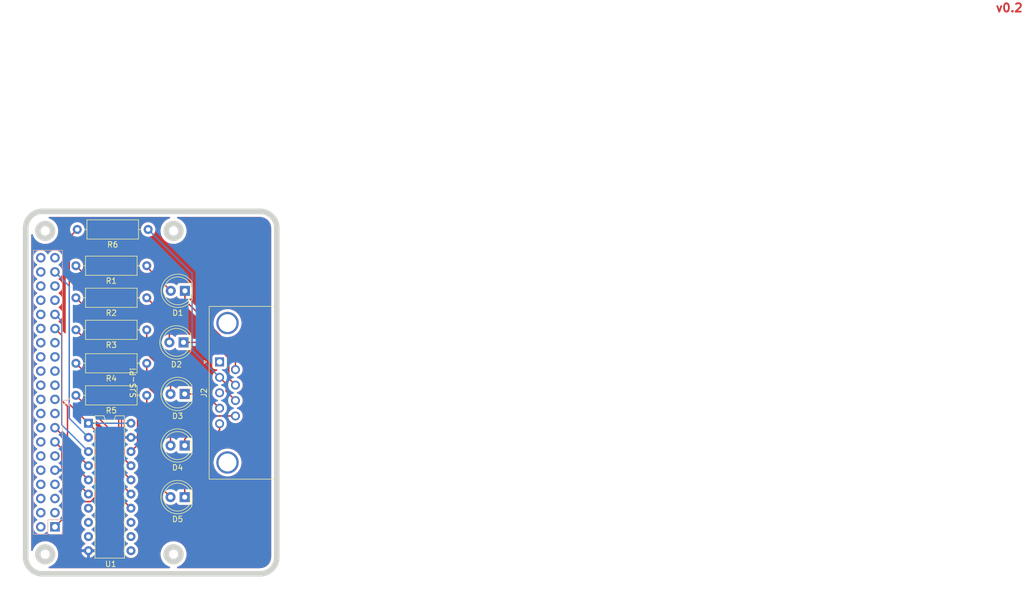
<source format=kicad_pcb>
(kicad_pcb (version 20171130) (host pcbnew 5.1.9+dfsg1-1)

  (general
    (thickness 1.6)
    (drawings 15)
    (tracks 74)
    (zones 0)
    (modules 14)
    (nets 24)
  )

  (page A4)
  (title_block
    (title SJSPi)
    (rev v0.3)
    (comment 2 creativecommons.org/licenses/by/4.0/)
    (comment 3 "License: CC BY 4.0")
    (comment 4 "Author: Manuel Gamallo")
  )

  (layers
    (0 F.Cu signal)
    (31 B.Cu signal)
    (32 B.Adhes user)
    (33 F.Adhes user)
    (34 B.Paste user)
    (35 F.Paste user)
    (36 B.SilkS user)
    (37 F.SilkS user)
    (38 B.Mask user)
    (39 F.Mask user)
    (40 Dwgs.User user)
    (41 Cmts.User user)
    (42 Eco1.User user)
    (43 Eco2.User user)
    (44 Edge.Cuts user)
    (45 Margin user)
    (46 B.CrtYd user)
    (47 F.CrtYd user)
    (48 B.Fab user)
    (49 F.Fab user)
  )

  (setup
    (last_trace_width 0.254)
    (trace_clearance 0.254)
    (zone_clearance 0.508)
    (zone_45_only no)
    (trace_min 0.2)
    (via_size 0.8)
    (via_drill 0.4)
    (via_min_size 0.6858)
    (via_min_drill 0.3302)
    (uvia_size 0.3)
    (uvia_drill 0.1)
    (uvias_allowed no)
    (uvia_min_size 0.2)
    (uvia_min_drill 0.1)
    (edge_width 0.05)
    (segment_width 0.2)
    (pcb_text_width 0.3)
    (pcb_text_size 1.5 1.5)
    (mod_edge_width 0.12)
    (mod_text_size 1 1)
    (mod_text_width 0.15)
    (pad_size 1.524 1.524)
    (pad_drill 0.762)
    (pad_to_mask_clearance 0.0508)
    (aux_axis_origin 0 0)
    (grid_origin 146 131)
    (visible_elements FFFFFF7F)
    (pcbplotparams
      (layerselection 0x010f0_ffffffff)
      (usegerberextensions true)
      (usegerberattributes true)
      (usegerberadvancedattributes true)
      (creategerberjobfile true)
      (excludeedgelayer true)
      (linewidth 0.100000)
      (plotframeref false)
      (viasonmask false)
      (mode 1)
      (useauxorigin false)
      (hpglpennumber 1)
      (hpglpenspeed 20)
      (hpglpendiameter 15.000000)
      (psnegative false)
      (psa4output false)
      (plotreference true)
      (plotvalue false)
      (plotinvisibletext false)
      (padsonsilk false)
      (subtractmaskfromsilk false)
      (outputformat 1)
      (mirror false)
      (drillshape 0)
      (scaleselection 1)
      (outputdirectory "gerbers/"))
  )

  (net 0 "")
  (net 1 "Net-(D1-Pad1)")
  (net 2 "Net-(D1-Pad2)")
  (net 3 "Net-(D2-Pad2)")
  (net 4 "Net-(D2-Pad1)")
  (net 5 "Net-(D3-Pad1)")
  (net 6 "Net-(D3-Pad2)")
  (net 7 "Net-(D4-Pad2)")
  (net 8 "Net-(D4-Pad1)")
  (net 9 "Net-(D5-Pad1)")
  (net 10 "Net-(D5-Pad2)")
  (net 11 VCC)
  (net 12 GND)
  (net 13 "Net-(J1-Pad13)")
  (net 14 "Net-(J1-Pad15)")
  (net 15 "Net-(J1-Pad29)")
  (net 16 "Net-(J1-Pad31)")
  (net 17 "Net-(J1-Pad37)")
  (net 18 "Net-(J2-Pad2)")
  (net 19 "Net-(R1-Pad2)")
  (net 20 "Net-(R2-Pad2)")
  (net 21 "Net-(R3-Pad2)")
  (net 22 "Net-(R4-Pad2)")
  (net 23 "Net-(R5-Pad2)")

  (net_class Default "This is the default net class."
    (clearance 0.254)
    (trace_width 0.254)
    (via_dia 0.8)
    (via_drill 0.4)
    (uvia_dia 0.3)
    (uvia_drill 0.1)
    (add_net GND)
    (add_net "Net-(D1-Pad1)")
    (add_net "Net-(D1-Pad2)")
    (add_net "Net-(D2-Pad1)")
    (add_net "Net-(D2-Pad2)")
    (add_net "Net-(D3-Pad1)")
    (add_net "Net-(D3-Pad2)")
    (add_net "Net-(D4-Pad1)")
    (add_net "Net-(D4-Pad2)")
    (add_net "Net-(D5-Pad1)")
    (add_net "Net-(D5-Pad2)")
    (add_net "Net-(J1-Pad13)")
    (add_net "Net-(J1-Pad15)")
    (add_net "Net-(J1-Pad29)")
    (add_net "Net-(J1-Pad31)")
    (add_net "Net-(J1-Pad37)")
    (add_net "Net-(J2-Pad2)")
    (add_net "Net-(R1-Pad2)")
    (add_net "Net-(R2-Pad2)")
    (add_net "Net-(R3-Pad2)")
    (add_net "Net-(R4-Pad2)")
    (add_net "Net-(R5-Pad2)")
    (add_net VCC)
  )

  (module Package_DIP:DIP-20_W7.62mm (layer F.Cu) (tedit 5A02E8C5) (tstamp 60C76876)
    (at 141.25 103)
    (descr "20-lead though-hole mounted DIP package, row spacing 7.62 mm (300 mils)")
    (tags "THT DIP DIL PDIP 2.54mm 7.62mm 300mil")
    (path /60AA8AD6)
    (fp_text reference U1 (at 4 25.25) (layer F.SilkS)
      (effects (font (size 1 1) (thickness 0.15)))
    )
    (fp_text value 74LVC245 (at 3.81 25.19) (layer F.Fab)
      (effects (font (size 1 1) (thickness 0.15)))
    )
    (fp_line (start 8.7 -1.55) (end -1.1 -1.55) (layer F.CrtYd) (width 0.05))
    (fp_line (start 8.7 24.4) (end 8.7 -1.55) (layer F.CrtYd) (width 0.05))
    (fp_line (start -1.1 24.4) (end 8.7 24.4) (layer F.CrtYd) (width 0.05))
    (fp_line (start -1.1 -1.55) (end -1.1 24.4) (layer F.CrtYd) (width 0.05))
    (fp_line (start 6.46 -1.33) (end 4.81 -1.33) (layer F.SilkS) (width 0.12))
    (fp_line (start 6.46 24.19) (end 6.46 -1.33) (layer F.SilkS) (width 0.12))
    (fp_line (start 1.16 24.19) (end 6.46 24.19) (layer F.SilkS) (width 0.12))
    (fp_line (start 1.16 -1.33) (end 1.16 24.19) (layer F.SilkS) (width 0.12))
    (fp_line (start 2.81 -1.33) (end 1.16 -1.33) (layer F.SilkS) (width 0.12))
    (fp_line (start 0.635 -0.27) (end 1.635 -1.27) (layer F.Fab) (width 0.1))
    (fp_line (start 0.635 24.13) (end 0.635 -0.27) (layer F.Fab) (width 0.1))
    (fp_line (start 6.985 24.13) (end 0.635 24.13) (layer F.Fab) (width 0.1))
    (fp_line (start 6.985 -1.27) (end 6.985 24.13) (layer F.Fab) (width 0.1))
    (fp_line (start 1.635 -1.27) (end 6.985 -1.27) (layer F.Fab) (width 0.1))
    (fp_arc (start 3.81 -1.33) (end 2.81 -1.33) (angle -180) (layer F.SilkS) (width 0.12))
    (fp_text user %R (at 3.81 11.43) (layer F.Fab)
      (effects (font (size 1 1) (thickness 0.15)))
    )
    (pad 1 thru_hole rect (at 0 0) (size 1.6 1.6) (drill 0.8) (layers *.Cu *.Mask)
      (net 11 VCC))
    (pad 11 thru_hole oval (at 7.62 22.86) (size 1.6 1.6) (drill 0.8) (layers *.Cu *.Mask))
    (pad 2 thru_hole oval (at 0 2.54) (size 1.6 1.6) (drill 0.8) (layers *.Cu *.Mask)
      (net 17 "Net-(J1-Pad37)"))
    (pad 12 thru_hole oval (at 7.62 20.32) (size 1.6 1.6) (drill 0.8) (layers *.Cu *.Mask))
    (pad 3 thru_hole oval (at 0 5.08) (size 1.6 1.6) (drill 0.8) (layers *.Cu *.Mask)
      (net 16 "Net-(J1-Pad31)"))
    (pad 13 thru_hole oval (at 7.62 17.78) (size 1.6 1.6) (drill 0.8) (layers *.Cu *.Mask))
    (pad 4 thru_hole oval (at 0 7.62) (size 1.6 1.6) (drill 0.8) (layers *.Cu *.Mask)
      (net 15 "Net-(J1-Pad29)"))
    (pad 14 thru_hole oval (at 7.62 15.24) (size 1.6 1.6) (drill 0.8) (layers *.Cu *.Mask)
      (net 23 "Net-(R5-Pad2)"))
    (pad 5 thru_hole oval (at 0 10.16) (size 1.6 1.6) (drill 0.8) (layers *.Cu *.Mask)
      (net 14 "Net-(J1-Pad15)"))
    (pad 15 thru_hole oval (at 7.62 12.7) (size 1.6 1.6) (drill 0.8) (layers *.Cu *.Mask)
      (net 22 "Net-(R4-Pad2)"))
    (pad 6 thru_hole oval (at 0 12.7) (size 1.6 1.6) (drill 0.8) (layers *.Cu *.Mask)
      (net 13 "Net-(J1-Pad13)"))
    (pad 16 thru_hole oval (at 7.62 10.16) (size 1.6 1.6) (drill 0.8) (layers *.Cu *.Mask)
      (net 21 "Net-(R3-Pad2)"))
    (pad 7 thru_hole oval (at 0 15.24) (size 1.6 1.6) (drill 0.8) (layers *.Cu *.Mask))
    (pad 17 thru_hole oval (at 7.62 7.62) (size 1.6 1.6) (drill 0.8) (layers *.Cu *.Mask)
      (net 20 "Net-(R2-Pad2)"))
    (pad 8 thru_hole oval (at 0 17.78) (size 1.6 1.6) (drill 0.8) (layers *.Cu *.Mask))
    (pad 18 thru_hole oval (at 7.62 5.08) (size 1.6 1.6) (drill 0.8) (layers *.Cu *.Mask)
      (net 19 "Net-(R1-Pad2)"))
    (pad 9 thru_hole oval (at 0 20.32) (size 1.6 1.6) (drill 0.8) (layers *.Cu *.Mask))
    (pad 19 thru_hole oval (at 7.62 2.54) (size 1.6 1.6) (drill 0.8) (layers *.Cu *.Mask)
      (net 12 GND))
    (pad 10 thru_hole oval (at 0 22.86) (size 1.6 1.6) (drill 0.8) (layers *.Cu *.Mask)
      (net 12 GND))
    (pad 20 thru_hole oval (at 7.62 0) (size 1.6 1.6) (drill 0.8) (layers *.Cu *.Mask)
      (net 11 VCC))
    (model ${KISYS3DMOD}/Package_DIP.3dshapes/DIP-20_W7.62mm.wrl
      (at (xyz 0 0 0))
      (scale (xyz 1 1 1))
      (rotate (xyz 0 0 0))
    )
  )

  (module LED_THT:LED_D5.0mm (layer F.Cu) (tedit 5995936A) (tstamp 60C76BD6)
    (at 158.54 79.25 180)
    (descr "LED, diameter 5.0mm, 2 pins, http://cdn-reichelt.de/documents/datenblatt/A500/LL-504BC2E-009.pdf")
    (tags "LED diameter 5.0mm 2 pins")
    (path /60AB59DF)
    (fp_text reference D1 (at 1.27 -3.96) (layer F.SilkS)
      (effects (font (size 1 1) (thickness 0.15)))
    )
    (fp_text value RED (at 1.27 3.96) (layer F.Fab)
      (effects (font (size 1 1) (thickness 0.15)))
    )
    (fp_line (start 4.5 -3.25) (end -1.95 -3.25) (layer F.CrtYd) (width 0.05))
    (fp_line (start 4.5 3.25) (end 4.5 -3.25) (layer F.CrtYd) (width 0.05))
    (fp_line (start -1.95 3.25) (end 4.5 3.25) (layer F.CrtYd) (width 0.05))
    (fp_line (start -1.95 -3.25) (end -1.95 3.25) (layer F.CrtYd) (width 0.05))
    (fp_line (start -1.29 -1.545) (end -1.29 1.545) (layer F.SilkS) (width 0.12))
    (fp_line (start -1.23 -1.469694) (end -1.23 1.469694) (layer F.Fab) (width 0.1))
    (fp_circle (center 1.27 0) (end 3.77 0) (layer F.SilkS) (width 0.12))
    (fp_circle (center 1.27 0) (end 3.77 0) (layer F.Fab) (width 0.1))
    (fp_arc (start 1.27 0) (end -1.23 -1.469694) (angle 299.1) (layer F.Fab) (width 0.1))
    (fp_arc (start 1.27 0) (end -1.29 -1.54483) (angle 148.9) (layer F.SilkS) (width 0.12))
    (fp_arc (start 1.27 0) (end -1.29 1.54483) (angle -148.9) (layer F.SilkS) (width 0.12))
    (fp_text user %R (at 1.25 0) (layer F.Fab)
      (effects (font (size 0.8 0.8) (thickness 0.2)))
    )
    (pad 1 thru_hole rect (at 0 0 180) (size 1.8 1.8) (drill 0.9) (layers *.Cu *.Mask)
      (net 1 "Net-(D1-Pad1)"))
    (pad 2 thru_hole circle (at 2.54 0 180) (size 1.8 1.8) (drill 0.9) (layers *.Cu *.Mask)
      (net 2 "Net-(D1-Pad2)"))
    (model ${KISYS3DMOD}/LED_THT.3dshapes/LED_D5.0mm.wrl
      (at (xyz 0 0 0))
      (scale (xyz 1 1 1))
      (rotate (xyz 0 0 0))
    )
  )

  (module LED_THT:LED_D5.0mm (layer F.Cu) (tedit 5995936A) (tstamp 60C76D41)
    (at 158.29 88.5 180)
    (descr "LED, diameter 5.0mm, 2 pins, http://cdn-reichelt.de/documents/datenblatt/A500/LL-504BC2E-009.pdf")
    (tags "LED diameter 5.0mm 2 pins")
    (path /60AB60A1)
    (fp_text reference D2 (at 1.27 -3.96) (layer F.SilkS)
      (effects (font (size 1 1) (thickness 0.15)))
    )
    (fp_text value RED (at 1.27 3.96) (layer F.Fab)
      (effects (font (size 1 1) (thickness 0.15)))
    )
    (fp_circle (center 1.27 0) (end 3.77 0) (layer F.Fab) (width 0.1))
    (fp_circle (center 1.27 0) (end 3.77 0) (layer F.SilkS) (width 0.12))
    (fp_line (start -1.23 -1.469694) (end -1.23 1.469694) (layer F.Fab) (width 0.1))
    (fp_line (start -1.29 -1.545) (end -1.29 1.545) (layer F.SilkS) (width 0.12))
    (fp_line (start -1.95 -3.25) (end -1.95 3.25) (layer F.CrtYd) (width 0.05))
    (fp_line (start -1.95 3.25) (end 4.5 3.25) (layer F.CrtYd) (width 0.05))
    (fp_line (start 4.5 3.25) (end 4.5 -3.25) (layer F.CrtYd) (width 0.05))
    (fp_line (start 4.5 -3.25) (end -1.95 -3.25) (layer F.CrtYd) (width 0.05))
    (fp_text user %R (at 1.25 0) (layer F.Fab)
      (effects (font (size 0.8 0.8) (thickness 0.2)))
    )
    (fp_arc (start 1.27 0) (end -1.29 1.54483) (angle -148.9) (layer F.SilkS) (width 0.12))
    (fp_arc (start 1.27 0) (end -1.29 -1.54483) (angle 148.9) (layer F.SilkS) (width 0.12))
    (fp_arc (start 1.27 0) (end -1.23 -1.469694) (angle 299.1) (layer F.Fab) (width 0.1))
    (pad 2 thru_hole circle (at 2.54 0 180) (size 1.8 1.8) (drill 0.9) (layers *.Cu *.Mask)
      (net 3 "Net-(D2-Pad2)"))
    (pad 1 thru_hole rect (at 0 0 180) (size 1.8 1.8) (drill 0.9) (layers *.Cu *.Mask)
      (net 4 "Net-(D2-Pad1)"))
    (model ${KISYS3DMOD}/LED_THT.3dshapes/LED_D5.0mm.wrl
      (at (xyz 0 0 0))
      (scale (xyz 1 1 1))
      (rotate (xyz 0 0 0))
    )
  )

  (module LED_THT:LED_D5.0mm (layer F.Cu) (tedit 5995936A) (tstamp 60C75F86)
    (at 158.5 97.75 180)
    (descr "LED, diameter 5.0mm, 2 pins, http://cdn-reichelt.de/documents/datenblatt/A500/LL-504BC2E-009.pdf")
    (tags "LED diameter 5.0mm 2 pins")
    (path /60AB6693)
    (fp_text reference D3 (at 1.27 -3.96) (layer F.SilkS)
      (effects (font (size 1 1) (thickness 0.15)))
    )
    (fp_text value RED (at 1.27 3.96) (layer F.Fab)
      (effects (font (size 1 1) (thickness 0.15)))
    )
    (fp_line (start 4.5 -3.25) (end -1.95 -3.25) (layer F.CrtYd) (width 0.05))
    (fp_line (start 4.5 3.25) (end 4.5 -3.25) (layer F.CrtYd) (width 0.05))
    (fp_line (start -1.95 3.25) (end 4.5 3.25) (layer F.CrtYd) (width 0.05))
    (fp_line (start -1.95 -3.25) (end -1.95 3.25) (layer F.CrtYd) (width 0.05))
    (fp_line (start -1.29 -1.545) (end -1.29 1.545) (layer F.SilkS) (width 0.12))
    (fp_line (start -1.23 -1.469694) (end -1.23 1.469694) (layer F.Fab) (width 0.1))
    (fp_circle (center 1.27 0) (end 3.77 0) (layer F.SilkS) (width 0.12))
    (fp_circle (center 1.27 0) (end 3.77 0) (layer F.Fab) (width 0.1))
    (fp_arc (start 1.27 0) (end -1.23 -1.469694) (angle 299.1) (layer F.Fab) (width 0.1))
    (fp_arc (start 1.27 0) (end -1.29 -1.54483) (angle 148.9) (layer F.SilkS) (width 0.12))
    (fp_arc (start 1.27 0) (end -1.29 1.54483) (angle -148.9) (layer F.SilkS) (width 0.12))
    (fp_text user %R (at 1.25 0 270) (layer F.Fab)
      (effects (font (size 0.8 0.8) (thickness 0.2)))
    )
    (pad 1 thru_hole rect (at 0 0 180) (size 1.8 1.8) (drill 0.9) (layers *.Cu *.Mask)
      (net 5 "Net-(D3-Pad1)"))
    (pad 2 thru_hole circle (at 2.54 0 180) (size 1.8 1.8) (drill 0.9) (layers *.Cu *.Mask)
      (net 6 "Net-(D3-Pad2)"))
    (model ${KISYS3DMOD}/LED_THT.3dshapes/LED_D5.0mm.wrl
      (at (xyz 0 0 0))
      (scale (xyz 1 1 1))
      (rotate (xyz 0 0 0))
    )
  )

  (module LED_THT:LED_D5.0mm (layer F.Cu) (tedit 5995936A) (tstamp 60C76C72)
    (at 158.5 107 180)
    (descr "LED, diameter 5.0mm, 2 pins, http://cdn-reichelt.de/documents/datenblatt/A500/LL-504BC2E-009.pdf")
    (tags "LED diameter 5.0mm 2 pins")
    (path /60AB6C56)
    (fp_text reference D4 (at 1.27 -3.96) (layer F.SilkS)
      (effects (font (size 1 1) (thickness 0.15)))
    )
    (fp_text value RED (at 1.27 3.96) (layer F.Fab)
      (effects (font (size 1 1) (thickness 0.15)))
    )
    (fp_circle (center 1.27 0) (end 3.77 0) (layer F.Fab) (width 0.1))
    (fp_circle (center 1.27 0) (end 3.77 0) (layer F.SilkS) (width 0.12))
    (fp_line (start -1.23 -1.469694) (end -1.23 1.469694) (layer F.Fab) (width 0.1))
    (fp_line (start -1.29 -1.545) (end -1.29 1.545) (layer F.SilkS) (width 0.12))
    (fp_line (start -1.95 -3.25) (end -1.95 3.25) (layer F.CrtYd) (width 0.05))
    (fp_line (start -1.95 3.25) (end 4.5 3.25) (layer F.CrtYd) (width 0.05))
    (fp_line (start 4.5 3.25) (end 4.5 -3.25) (layer F.CrtYd) (width 0.05))
    (fp_line (start 4.5 -3.25) (end -1.95 -3.25) (layer F.CrtYd) (width 0.05))
    (fp_text user %R (at 1.25 0) (layer F.Fab)
      (effects (font (size 0.8 0.8) (thickness 0.2)))
    )
    (fp_arc (start 1.27 0) (end -1.29 1.54483) (angle -148.9) (layer F.SilkS) (width 0.12))
    (fp_arc (start 1.27 0) (end -1.29 -1.54483) (angle 148.9) (layer F.SilkS) (width 0.12))
    (fp_arc (start 1.27 0) (end -1.23 -1.469694) (angle 299.1) (layer F.Fab) (width 0.1))
    (pad 2 thru_hole circle (at 2.54 0 180) (size 1.8 1.8) (drill 0.9) (layers *.Cu *.Mask)
      (net 7 "Net-(D4-Pad2)"))
    (pad 1 thru_hole rect (at 0 0 180) (size 1.8 1.8) (drill 0.9) (layers *.Cu *.Mask)
      (net 8 "Net-(D4-Pad1)"))
    (model ${KISYS3DMOD}/LED_THT.3dshapes/LED_D5.0mm.wrl
      (at (xyz 0 0 0))
      (scale (xyz 1 1 1))
      (rotate (xyz 0 0 0))
    )
  )

  (module LED_THT:LED_D5.0mm (layer F.Cu) (tedit 5995936A) (tstamp 60C75FEC)
    (at 158.5 116.25 180)
    (descr "LED, diameter 5.0mm, 2 pins, http://cdn-reichelt.de/documents/datenblatt/A500/LL-504BC2E-009.pdf")
    (tags "LED diameter 5.0mm 2 pins")
    (path /60AB7279)
    (fp_text reference D5 (at 1.27 -3.96) (layer F.SilkS)
      (effects (font (size 1 1) (thickness 0.15)))
    )
    (fp_text value RED (at 1.27 3.96) (layer F.Fab)
      (effects (font (size 1 1) (thickness 0.15)))
    )
    (fp_line (start 4.5 -3.25) (end -1.95 -3.25) (layer F.CrtYd) (width 0.05))
    (fp_line (start 4.5 3.25) (end 4.5 -3.25) (layer F.CrtYd) (width 0.05))
    (fp_line (start -1.95 3.25) (end 4.5 3.25) (layer F.CrtYd) (width 0.05))
    (fp_line (start -1.95 -3.25) (end -1.95 3.25) (layer F.CrtYd) (width 0.05))
    (fp_line (start -1.29 -1.545) (end -1.29 1.545) (layer F.SilkS) (width 0.12))
    (fp_line (start -1.23 -1.469694) (end -1.23 1.469694) (layer F.Fab) (width 0.1))
    (fp_circle (center 1.27 0) (end 3.77 0) (layer F.SilkS) (width 0.12))
    (fp_circle (center 1.27 0) (end 3.77 0) (layer F.Fab) (width 0.1))
    (fp_arc (start 1.27 0) (end -1.23 -1.469694) (angle 299.1) (layer F.Fab) (width 0.1))
    (fp_arc (start 1.27 0) (end -1.29 -1.54483) (angle 148.9) (layer F.SilkS) (width 0.12))
    (fp_arc (start 1.27 0) (end -1.29 1.54483) (angle -148.9) (layer F.SilkS) (width 0.12))
    (fp_text user %R (at 1.25 0) (layer F.Fab)
      (effects (font (size 0.8 0.8) (thickness 0.2)))
    )
    (pad 1 thru_hole rect (at 0 0 180) (size 1.8 1.8) (drill 0.9) (layers *.Cu *.Mask)
      (net 9 "Net-(D5-Pad1)"))
    (pad 2 thru_hole circle (at 2.54 0 180) (size 1.8 1.8) (drill 0.9) (layers *.Cu *.Mask)
      (net 10 "Net-(D5-Pad2)"))
    (model ${KISYS3DMOD}/LED_THT.3dshapes/LED_D5.0mm.wrl
      (at (xyz 0 0 0))
      (scale (xyz 1 1 1))
      (rotate (xyz 0 0 0))
    )
  )

  (module Connector_PinSocket_2.54mm:PinSocket_2x20_P2.54mm_Vertical (layer B.Cu) (tedit 5A19A433) (tstamp 60B3A0A5)
    (at 135.25 121.58)
    (descr "Through hole straight socket strip, 2x20, 2.54mm pitch, double cols (from Kicad 4.0.7), script generated")
    (tags "Through hole socket strip THT 2x20 2.54mm double row")
    (path /60AB9839)
    (fp_text reference J1 (at 2.13 -22.36 90) (layer B.SilkS)
      (effects (font (size 1 1) (thickness 0.15)) (justify mirror))
    )
    (fp_text value Conn_02x20_Odd_Even (at -1.27 -51.03) (layer B.Fab)
      (effects (font (size 1 1) (thickness 0.15)) (justify mirror))
    )
    (fp_line (start -4.34 -50) (end -4.34 1.8) (layer B.CrtYd) (width 0.05))
    (fp_line (start 1.76 -50) (end -4.34 -50) (layer B.CrtYd) (width 0.05))
    (fp_line (start 1.76 1.8) (end 1.76 -50) (layer B.CrtYd) (width 0.05))
    (fp_line (start -4.34 1.8) (end 1.76 1.8) (layer B.CrtYd) (width 0.05))
    (fp_line (start 0 1.33) (end 1.33 1.33) (layer B.SilkS) (width 0.12))
    (fp_line (start 1.33 1.33) (end 1.33 0) (layer B.SilkS) (width 0.12))
    (fp_line (start -1.27 1.33) (end -1.27 -1.27) (layer B.SilkS) (width 0.12))
    (fp_line (start -1.27 -1.27) (end 1.33 -1.27) (layer B.SilkS) (width 0.12))
    (fp_line (start 1.33 -1.27) (end 1.33 -49.59) (layer B.SilkS) (width 0.12))
    (fp_line (start -3.87 -49.59) (end 1.33 -49.59) (layer B.SilkS) (width 0.12))
    (fp_line (start -3.87 1.33) (end -3.87 -49.59) (layer B.SilkS) (width 0.12))
    (fp_line (start -3.87 1.33) (end -1.27 1.33) (layer B.SilkS) (width 0.12))
    (fp_line (start -3.81 -49.53) (end -3.81 1.27) (layer B.Fab) (width 0.1))
    (fp_line (start 1.27 -49.53) (end -3.81 -49.53) (layer B.Fab) (width 0.1))
    (fp_line (start 1.27 0.27) (end 1.27 -49.53) (layer B.Fab) (width 0.1))
    (fp_line (start 0.27 1.27) (end 1.27 0.27) (layer B.Fab) (width 0.1))
    (fp_line (start -3.81 1.27) (end 0.27 1.27) (layer B.Fab) (width 0.1))
    (fp_text user %R (at -1.27 -24.13 -90) (layer B.Fab)
      (effects (font (size 1 1) (thickness 0.15)) (justify mirror))
    )
    (pad 1 thru_hole rect (at 0 0) (size 1.7 1.7) (drill 1) (layers *.Cu *.Mask)
      (net 11 VCC))
    (pad 2 thru_hole oval (at -2.54 0) (size 1.7 1.7) (drill 1) (layers *.Cu *.Mask))
    (pad 3 thru_hole oval (at 0 -2.54) (size 1.7 1.7) (drill 1) (layers *.Cu *.Mask))
    (pad 4 thru_hole oval (at -2.54 -2.54) (size 1.7 1.7) (drill 1) (layers *.Cu *.Mask))
    (pad 5 thru_hole oval (at 0 -5.08) (size 1.7 1.7) (drill 1) (layers *.Cu *.Mask))
    (pad 6 thru_hole oval (at -2.54 -5.08) (size 1.7 1.7) (drill 1) (layers *.Cu *.Mask))
    (pad 7 thru_hole oval (at 0 -7.62) (size 1.7 1.7) (drill 1) (layers *.Cu *.Mask))
    (pad 8 thru_hole oval (at -2.54 -7.62) (size 1.7 1.7) (drill 1) (layers *.Cu *.Mask))
    (pad 9 thru_hole oval (at 0 -10.16) (size 1.7 1.7) (drill 1) (layers *.Cu *.Mask)
      (net 12 GND))
    (pad 10 thru_hole oval (at -2.54 -10.16) (size 1.7 1.7) (drill 1) (layers *.Cu *.Mask))
    (pad 11 thru_hole oval (at 0 -12.7) (size 1.7 1.7) (drill 1) (layers *.Cu *.Mask))
    (pad 12 thru_hole oval (at -2.54 -12.7) (size 1.7 1.7) (drill 1) (layers *.Cu *.Mask))
    (pad 13 thru_hole oval (at 0 -15.24) (size 1.7 1.7) (drill 1) (layers *.Cu *.Mask)
      (net 13 "Net-(J1-Pad13)"))
    (pad 14 thru_hole oval (at -2.54 -15.24) (size 1.7 1.7) (drill 1) (layers *.Cu *.Mask))
    (pad 15 thru_hole oval (at 0 -17.78) (size 1.7 1.7) (drill 1) (layers *.Cu *.Mask)
      (net 14 "Net-(J1-Pad15)"))
    (pad 16 thru_hole oval (at -2.54 -17.78) (size 1.7 1.7) (drill 1) (layers *.Cu *.Mask))
    (pad 17 thru_hole oval (at 0 -20.32) (size 1.7 1.7) (drill 1) (layers *.Cu *.Mask))
    (pad 18 thru_hole oval (at -2.54 -20.32) (size 1.7 1.7) (drill 1) (layers *.Cu *.Mask))
    (pad 19 thru_hole oval (at 0 -22.86) (size 1.7 1.7) (drill 1) (layers *.Cu *.Mask))
    (pad 20 thru_hole oval (at -2.54 -22.86) (size 1.7 1.7) (drill 1) (layers *.Cu *.Mask))
    (pad 21 thru_hole oval (at 0 -25.4) (size 1.7 1.7) (drill 1) (layers *.Cu *.Mask))
    (pad 22 thru_hole oval (at -2.54 -25.4) (size 1.7 1.7) (drill 1) (layers *.Cu *.Mask))
    (pad 23 thru_hole oval (at 0 -27.94) (size 1.7 1.7) (drill 1) (layers *.Cu *.Mask))
    (pad 24 thru_hole oval (at -2.54 -27.94) (size 1.7 1.7) (drill 1) (layers *.Cu *.Mask))
    (pad 25 thru_hole oval (at 0 -30.48) (size 1.7 1.7) (drill 1) (layers *.Cu *.Mask))
    (pad 26 thru_hole oval (at -2.54 -30.48) (size 1.7 1.7) (drill 1) (layers *.Cu *.Mask))
    (pad 27 thru_hole oval (at 0 -33.02) (size 1.7 1.7) (drill 1) (layers *.Cu *.Mask))
    (pad 28 thru_hole oval (at -2.54 -33.02) (size 1.7 1.7) (drill 1) (layers *.Cu *.Mask))
    (pad 29 thru_hole oval (at 0 -35.56) (size 1.7 1.7) (drill 1) (layers *.Cu *.Mask)
      (net 15 "Net-(J1-Pad29)"))
    (pad 30 thru_hole oval (at -2.54 -35.56) (size 1.7 1.7) (drill 1) (layers *.Cu *.Mask))
    (pad 31 thru_hole oval (at 0 -38.1) (size 1.7 1.7) (drill 1) (layers *.Cu *.Mask)
      (net 16 "Net-(J1-Pad31)"))
    (pad 32 thru_hole oval (at -2.54 -38.1) (size 1.7 1.7) (drill 1) (layers *.Cu *.Mask))
    (pad 33 thru_hole oval (at 0 -40.64) (size 1.7 1.7) (drill 1) (layers *.Cu *.Mask))
    (pad 34 thru_hole oval (at -2.54 -40.64) (size 1.7 1.7) (drill 1) (layers *.Cu *.Mask))
    (pad 35 thru_hole oval (at 0 -43.18) (size 1.7 1.7) (drill 1) (layers *.Cu *.Mask))
    (pad 36 thru_hole oval (at -2.54 -43.18) (size 1.7 1.7) (drill 1) (layers *.Cu *.Mask))
    (pad 37 thru_hole oval (at 0 -45.72) (size 1.7 1.7) (drill 1) (layers *.Cu *.Mask)
      (net 17 "Net-(J1-Pad37)"))
    (pad 38 thru_hole oval (at -2.54 -45.72) (size 1.7 1.7) (drill 1) (layers *.Cu *.Mask))
    (pad 39 thru_hole oval (at 0 -48.26) (size 1.7 1.7) (drill 1) (layers *.Cu *.Mask))
    (pad 40 thru_hole oval (at -2.54 -48.26) (size 1.7 1.7) (drill 1) (layers *.Cu *.Mask))
    (model ${KISYS3DMOD}/Connector_PinSocket_2.54mm.3dshapes/PinSocket_2x20_P2.54mm_Vertical.wrl
      (at (xyz 0 0 0))
      (scale (xyz 1 1 1))
      (rotate (xyz 0 0 0))
    )
  )

  (module Connector_Dsub:DSUB-9_Female_Horizontal_P2.77x2.84mm_EdgePinOffset7.70mm_Housed_MountingHolesOffset9.12mm (layer F.Cu) (tedit 59FEDEE2) (tstamp 60C6D050)
    (at 164.75 92 90)
    (descr "9-pin D-Sub connector, horizontal/angled (90 deg), THT-mount, female, pitch 2.77x2.84mm, pin-PCB-offset 7.699999999999999mm, distance of mounting holes 25mm, distance of mounting holes to PCB edge 9.12mm, see https://disti-assets.s3.amazonaws.com/tonar/files/datasheets/16730.pdf")
    (tags "9-pin D-Sub connector horizontal angled 90deg THT female pitch 2.77x2.84mm pin-PCB-offset 7.699999999999999mm mounting-holes-distance 25mm mounting-hole-offset 25mm")
    (path /60AD804B)
    (fp_text reference J2 (at -5.54 -2.8 90) (layer F.SilkS)
      (effects (font (size 1 1) (thickness 0.15)))
    )
    (fp_text value DB9_Female (at -5.54 18.61 90) (layer F.Fab)
      (effects (font (size 1 1) (thickness 0.15)))
    )
    (fp_line (start 10.4 -2.35) (end -21.5 -2.35) (layer F.CrtYd) (width 0.05))
    (fp_line (start 10.4 17.65) (end 10.4 -2.35) (layer F.CrtYd) (width 0.05))
    (fp_line (start -21.5 17.65) (end 10.4 17.65) (layer F.CrtYd) (width 0.05))
    (fp_line (start -21.5 -2.35) (end -21.5 17.65) (layer F.CrtYd) (width 0.05))
    (fp_line (start 0 -2.321325) (end -0.25 -2.754338) (layer F.SilkS) (width 0.12))
    (fp_line (start 0.25 -2.754338) (end 0 -2.321325) (layer F.SilkS) (width 0.12))
    (fp_line (start -0.25 -2.754338) (end 0.25 -2.754338) (layer F.SilkS) (width 0.12))
    (fp_line (start 9.945 -1.86) (end 9.945 10.48) (layer F.SilkS) (width 0.12))
    (fp_line (start -21.025 -1.86) (end 9.945 -1.86) (layer F.SilkS) (width 0.12))
    (fp_line (start -21.025 10.48) (end -21.025 -1.86) (layer F.SilkS) (width 0.12))
    (fp_line (start 8.56 10.54) (end 8.56 1.42) (layer F.Fab) (width 0.1))
    (fp_line (start 5.36 10.54) (end 5.36 1.42) (layer F.Fab) (width 0.1))
    (fp_line (start -16.44 10.54) (end -16.44 1.42) (layer F.Fab) (width 0.1))
    (fp_line (start -19.64 10.54) (end -19.64 1.42) (layer F.Fab) (width 0.1))
    (fp_line (start 9.46 10.94) (end 4.46 10.94) (layer F.Fab) (width 0.1))
    (fp_line (start 9.46 15.94) (end 9.46 10.94) (layer F.Fab) (width 0.1))
    (fp_line (start 4.46 15.94) (end 9.46 15.94) (layer F.Fab) (width 0.1))
    (fp_line (start 4.46 10.94) (end 4.46 15.94) (layer F.Fab) (width 0.1))
    (fp_line (start -15.54 10.94) (end -20.54 10.94) (layer F.Fab) (width 0.1))
    (fp_line (start -15.54 15.94) (end -15.54 10.94) (layer F.Fab) (width 0.1))
    (fp_line (start -20.54 15.94) (end -15.54 15.94) (layer F.Fab) (width 0.1))
    (fp_line (start -20.54 10.94) (end -20.54 15.94) (layer F.Fab) (width 0.1))
    (fp_line (start 2.61 10.94) (end -13.69 10.94) (layer F.Fab) (width 0.1))
    (fp_line (start 2.61 17.11) (end 2.61 10.94) (layer F.Fab) (width 0.1))
    (fp_line (start -13.69 17.11) (end 2.61 17.11) (layer F.Fab) (width 0.1))
    (fp_line (start -13.69 10.94) (end -13.69 17.11) (layer F.Fab) (width 0.1))
    (fp_line (start 9.885 10.54) (end -20.965 10.54) (layer F.Fab) (width 0.1))
    (fp_line (start 9.885 10.94) (end 9.885 10.54) (layer F.Fab) (width 0.1))
    (fp_line (start -20.965 10.94) (end 9.885 10.94) (layer F.Fab) (width 0.1))
    (fp_line (start -20.965 10.54) (end -20.965 10.94) (layer F.Fab) (width 0.1))
    (fp_line (start 9.885 -1.8) (end -20.965 -1.8) (layer F.Fab) (width 0.1))
    (fp_line (start 9.885 10.54) (end 9.885 -1.8) (layer F.Fab) (width 0.1))
    (fp_line (start -20.965 10.54) (end 9.885 10.54) (layer F.Fab) (width 0.1))
    (fp_line (start -20.965 -1.8) (end -20.965 10.54) (layer F.Fab) (width 0.1))
    (fp_arc (start -18.04 1.42) (end -19.64 1.42) (angle 180) (layer F.Fab) (width 0.1))
    (fp_arc (start 6.96 1.42) (end 5.36 1.42) (angle 180) (layer F.Fab) (width 0.1))
    (fp_text user %R (at -5.54 14.025 90) (layer F.Fab)
      (effects (font (size 1 1) (thickness 0.15)))
    )
    (pad 1 thru_hole rect (at 0 0 90) (size 1.6 1.6) (drill 1) (layers *.Cu *.Mask))
    (pad 2 thru_hole circle (at -2.77 0 90) (size 1.6 1.6) (drill 1) (layers *.Cu *.Mask)
      (net 18 "Net-(J2-Pad2)"))
    (pad 3 thru_hole circle (at -5.54 0 90) (size 1.6 1.6) (drill 1) (layers *.Cu *.Mask))
    (pad 4 thru_hole circle (at -8.31 0 90) (size 1.6 1.6) (drill 1) (layers *.Cu *.Mask)
      (net 5 "Net-(D3-Pad1)"))
    (pad 5 thru_hole circle (at -11.08 0 90) (size 1.6 1.6) (drill 1) (layers *.Cu *.Mask)
      (net 9 "Net-(D5-Pad1)"))
    (pad 6 thru_hole circle (at -1.385 2.84 90) (size 1.6 1.6) (drill 1) (layers *.Cu *.Mask)
      (net 1 "Net-(D1-Pad1)"))
    (pad 7 thru_hole circle (at -4.155 2.84 90) (size 1.6 1.6) (drill 1) (layers *.Cu *.Mask)
      (net 4 "Net-(D2-Pad1)"))
    (pad 8 thru_hole circle (at -6.925 2.84 90) (size 1.6 1.6) (drill 1) (layers *.Cu *.Mask)
      (net 18 "Net-(J2-Pad2)"))
    (pad 9 thru_hole circle (at -9.695 2.84 90) (size 1.6 1.6) (drill 1) (layers *.Cu *.Mask)
      (net 8 "Net-(D4-Pad1)"))
    (pad 0 thru_hole circle (at -18.04 1.42 90) (size 4 4) (drill 3.2) (layers *.Cu *.Mask))
    (pad 0 thru_hole circle (at 6.96 1.42 90) (size 4 4) (drill 3.2) (layers *.Cu *.Mask))
    (model ${KISYS3DMOD}/Connector_Dsub.3dshapes/DSUB-9_Female_Horizontal_P2.77x2.84mm_EdgePinOffset7.70mm_Housed_MountingHolesOffset9.12mm.wrl
      (at (xyz 0 0 0))
      (scale (xyz 1 1 1))
      (rotate (xyz 0 0 0))
    )
  )

  (module Resistor_THT:R_Axial_DIN0309_L9.0mm_D3.2mm_P12.70mm_Horizontal (layer F.Cu) (tedit 5AE5139B) (tstamp 60C76976)
    (at 151.7 74.75 180)
    (descr "Resistor, Axial_DIN0309 series, Axial, Horizontal, pin pitch=12.7mm, 0.5W = 1/2W, length*diameter=9*3.2mm^2, http://cdn-reichelt.de/documents/datenblatt/B400/1_4W%23YAG.pdf")
    (tags "Resistor Axial_DIN0309 series Axial Horizontal pin pitch 12.7mm 0.5W = 1/2W length 9mm diameter 3.2mm")
    (path /60AAB4C9)
    (fp_text reference R1 (at 6.35 -2.72) (layer F.SilkS)
      (effects (font (size 1 1) (thickness 0.15)))
    )
    (fp_text value 47 (at 6.35 2.72) (layer F.Fab)
      (effects (font (size 1 1) (thickness 0.15)))
    )
    (fp_line (start 13.75 -1.85) (end -1.05 -1.85) (layer F.CrtYd) (width 0.05))
    (fp_line (start 13.75 1.85) (end 13.75 -1.85) (layer F.CrtYd) (width 0.05))
    (fp_line (start -1.05 1.85) (end 13.75 1.85) (layer F.CrtYd) (width 0.05))
    (fp_line (start -1.05 -1.85) (end -1.05 1.85) (layer F.CrtYd) (width 0.05))
    (fp_line (start 11.66 0) (end 10.97 0) (layer F.SilkS) (width 0.12))
    (fp_line (start 1.04 0) (end 1.73 0) (layer F.SilkS) (width 0.12))
    (fp_line (start 10.97 -1.72) (end 1.73 -1.72) (layer F.SilkS) (width 0.12))
    (fp_line (start 10.97 1.72) (end 10.97 -1.72) (layer F.SilkS) (width 0.12))
    (fp_line (start 1.73 1.72) (end 10.97 1.72) (layer F.SilkS) (width 0.12))
    (fp_line (start 1.73 -1.72) (end 1.73 1.72) (layer F.SilkS) (width 0.12))
    (fp_line (start 12.7 0) (end 10.85 0) (layer F.Fab) (width 0.1))
    (fp_line (start 0 0) (end 1.85 0) (layer F.Fab) (width 0.1))
    (fp_line (start 10.85 -1.6) (end 1.85 -1.6) (layer F.Fab) (width 0.1))
    (fp_line (start 10.85 1.6) (end 10.85 -1.6) (layer F.Fab) (width 0.1))
    (fp_line (start 1.85 1.6) (end 10.85 1.6) (layer F.Fab) (width 0.1))
    (fp_line (start 1.85 -1.6) (end 1.85 1.6) (layer F.Fab) (width 0.1))
    (fp_text user %R (at 6.35 0) (layer F.Fab)
      (effects (font (size 1 1) (thickness 0.15)))
    )
    (pad 1 thru_hole circle (at 0 0 180) (size 1.6 1.6) (drill 0.8) (layers *.Cu *.Mask)
      (net 2 "Net-(D1-Pad2)"))
    (pad 2 thru_hole oval (at 12.7 0 180) (size 1.6 1.6) (drill 0.8) (layers *.Cu *.Mask)
      (net 19 "Net-(R1-Pad2)"))
    (model ${KISYS3DMOD}/Resistor_THT.3dshapes/R_Axial_DIN0309_L9.0mm_D3.2mm_P12.70mm_Horizontal.wrl
      (at (xyz 0 0 0))
      (scale (xyz 1 1 1))
      (rotate (xyz 0 0 0))
    )
  )

  (module Resistor_THT:R_Axial_DIN0309_L9.0mm_D3.2mm_P12.70mm_Horizontal (layer F.Cu) (tedit 5AE5139B) (tstamp 60CB9A3E)
    (at 151.7 80.5 180)
    (descr "Resistor, Axial_DIN0309 series, Axial, Horizontal, pin pitch=12.7mm, 0.5W = 1/2W, length*diameter=9*3.2mm^2, http://cdn-reichelt.de/documents/datenblatt/B400/1_4W%23YAG.pdf")
    (tags "Resistor Axial_DIN0309 series Axial Horizontal pin pitch 12.7mm 0.5W = 1/2W length 9mm diameter 3.2mm")
    (path /60AAC4AB)
    (fp_text reference R2 (at 6.35 -2.72) (layer F.SilkS)
      (effects (font (size 1 1) (thickness 0.15)))
    )
    (fp_text value 47 (at 6.35 2.72) (layer F.Fab)
      (effects (font (size 1 1) (thickness 0.15)))
    )
    (fp_line (start 1.85 -1.6) (end 1.85 1.6) (layer F.Fab) (width 0.1))
    (fp_line (start 1.85 1.6) (end 10.85 1.6) (layer F.Fab) (width 0.1))
    (fp_line (start 10.85 1.6) (end 10.85 -1.6) (layer F.Fab) (width 0.1))
    (fp_line (start 10.85 -1.6) (end 1.85 -1.6) (layer F.Fab) (width 0.1))
    (fp_line (start 0 0) (end 1.85 0) (layer F.Fab) (width 0.1))
    (fp_line (start 12.7 0) (end 10.85 0) (layer F.Fab) (width 0.1))
    (fp_line (start 1.73 -1.72) (end 1.73 1.72) (layer F.SilkS) (width 0.12))
    (fp_line (start 1.73 1.72) (end 10.97 1.72) (layer F.SilkS) (width 0.12))
    (fp_line (start 10.97 1.72) (end 10.97 -1.72) (layer F.SilkS) (width 0.12))
    (fp_line (start 10.97 -1.72) (end 1.73 -1.72) (layer F.SilkS) (width 0.12))
    (fp_line (start 1.04 0) (end 1.73 0) (layer F.SilkS) (width 0.12))
    (fp_line (start 11.66 0) (end 10.97 0) (layer F.SilkS) (width 0.12))
    (fp_line (start -1.05 -1.85) (end -1.05 1.85) (layer F.CrtYd) (width 0.05))
    (fp_line (start -1.05 1.85) (end 13.75 1.85) (layer F.CrtYd) (width 0.05))
    (fp_line (start 13.75 1.85) (end 13.75 -1.85) (layer F.CrtYd) (width 0.05))
    (fp_line (start 13.75 -1.85) (end -1.05 -1.85) (layer F.CrtYd) (width 0.05))
    (fp_text user %R (at 6.35 0) (layer F.Fab)
      (effects (font (size 1 1) (thickness 0.15)))
    )
    (pad 1 thru_hole circle (at 0 0 180) (size 1.6 1.6) (drill 0.8) (layers *.Cu *.Mask)
      (net 3 "Net-(D2-Pad2)"))
    (pad 2 thru_hole oval (at 12.7 0 180) (size 1.6 1.6) (drill 0.8) (layers *.Cu *.Mask)
      (net 20 "Net-(R2-Pad2)"))
    (model ${KISYS3DMOD}/Resistor_THT.3dshapes/R_Axial_DIN0309_L9.0mm_D3.2mm_P12.70mm_Horizontal.wrl
      (at (xyz 0 0 0))
      (scale (xyz 1 1 1))
      (rotate (xyz 0 0 0))
    )
  )

  (module Resistor_THT:R_Axial_DIN0309_L9.0mm_D3.2mm_P12.70mm_Horizontal (layer F.Cu) (tedit 5AE5139B) (tstamp 60C6796C)
    (at 151.7 86.25 180)
    (descr "Resistor, Axial_DIN0309 series, Axial, Horizontal, pin pitch=12.7mm, 0.5W = 1/2W, length*diameter=9*3.2mm^2, http://cdn-reichelt.de/documents/datenblatt/B400/1_4W%23YAG.pdf")
    (tags "Resistor Axial_DIN0309 series Axial Horizontal pin pitch 12.7mm 0.5W = 1/2W length 9mm diameter 3.2mm")
    (path /60AACB86)
    (fp_text reference R3 (at 6.35 -2.72) (layer F.SilkS)
      (effects (font (size 1 1) (thickness 0.15)))
    )
    (fp_text value 47 (at 6.35 2.72) (layer F.Fab)
      (effects (font (size 1 1) (thickness 0.15)))
    )
    (fp_line (start 13.75 -1.85) (end -1.05 -1.85) (layer F.CrtYd) (width 0.05))
    (fp_line (start 13.75 1.85) (end 13.75 -1.85) (layer F.CrtYd) (width 0.05))
    (fp_line (start -1.05 1.85) (end 13.75 1.85) (layer F.CrtYd) (width 0.05))
    (fp_line (start -1.05 -1.85) (end -1.05 1.85) (layer F.CrtYd) (width 0.05))
    (fp_line (start 11.66 0) (end 10.97 0) (layer F.SilkS) (width 0.12))
    (fp_line (start 1.04 0) (end 1.73 0) (layer F.SilkS) (width 0.12))
    (fp_line (start 10.97 -1.72) (end 1.73 -1.72) (layer F.SilkS) (width 0.12))
    (fp_line (start 10.97 1.72) (end 10.97 -1.72) (layer F.SilkS) (width 0.12))
    (fp_line (start 1.73 1.72) (end 10.97 1.72) (layer F.SilkS) (width 0.12))
    (fp_line (start 1.73 -1.72) (end 1.73 1.72) (layer F.SilkS) (width 0.12))
    (fp_line (start 12.7 0) (end 10.85 0) (layer F.Fab) (width 0.1))
    (fp_line (start 0 0) (end 1.85 0) (layer F.Fab) (width 0.1))
    (fp_line (start 10.85 -1.6) (end 1.85 -1.6) (layer F.Fab) (width 0.1))
    (fp_line (start 10.85 1.6) (end 10.85 -1.6) (layer F.Fab) (width 0.1))
    (fp_line (start 1.85 1.6) (end 10.85 1.6) (layer F.Fab) (width 0.1))
    (fp_line (start 1.85 -1.6) (end 1.85 1.6) (layer F.Fab) (width 0.1))
    (fp_text user %R (at 6.35 0) (layer F.Fab)
      (effects (font (size 1 1) (thickness 0.15)))
    )
    (pad 2 thru_hole oval (at 12.7 0 180) (size 1.6 1.6) (drill 0.8) (layers *.Cu *.Mask)
      (net 21 "Net-(R3-Pad2)"))
    (pad 1 thru_hole circle (at 0 0 180) (size 1.6 1.6) (drill 0.8) (layers *.Cu *.Mask)
      (net 6 "Net-(D3-Pad2)"))
    (model ${KISYS3DMOD}/Resistor_THT.3dshapes/R_Axial_DIN0309_L9.0mm_D3.2mm_P12.70mm_Horizontal.wrl
      (at (xyz 0 0 0))
      (scale (xyz 1 1 1))
      (rotate (xyz 0 0 0))
    )
  )

  (module Resistor_THT:R_Axial_DIN0309_L9.0mm_D3.2mm_P12.70mm_Horizontal (layer F.Cu) (tedit 5AE5139B) (tstamp 60C67982)
    (at 151.7 92.25 180)
    (descr "Resistor, Axial_DIN0309 series, Axial, Horizontal, pin pitch=12.7mm, 0.5W = 1/2W, length*diameter=9*3.2mm^2, http://cdn-reichelt.de/documents/datenblatt/B400/1_4W%23YAG.pdf")
    (tags "Resistor Axial_DIN0309 series Axial Horizontal pin pitch 12.7mm 0.5W = 1/2W length 9mm diameter 3.2mm")
    (path /60AAD200)
    (fp_text reference R4 (at 6.35 -2.72) (layer F.SilkS)
      (effects (font (size 1 1) (thickness 0.15)))
    )
    (fp_text value 47 (at 6.35 2.72) (layer F.Fab)
      (effects (font (size 1 1) (thickness 0.15)))
    )
    (fp_line (start 1.85 -1.6) (end 1.85 1.6) (layer F.Fab) (width 0.1))
    (fp_line (start 1.85 1.6) (end 10.85 1.6) (layer F.Fab) (width 0.1))
    (fp_line (start 10.85 1.6) (end 10.85 -1.6) (layer F.Fab) (width 0.1))
    (fp_line (start 10.85 -1.6) (end 1.85 -1.6) (layer F.Fab) (width 0.1))
    (fp_line (start 0 0) (end 1.85 0) (layer F.Fab) (width 0.1))
    (fp_line (start 12.7 0) (end 10.85 0) (layer F.Fab) (width 0.1))
    (fp_line (start 1.73 -1.72) (end 1.73 1.72) (layer F.SilkS) (width 0.12))
    (fp_line (start 1.73 1.72) (end 10.97 1.72) (layer F.SilkS) (width 0.12))
    (fp_line (start 10.97 1.72) (end 10.97 -1.72) (layer F.SilkS) (width 0.12))
    (fp_line (start 10.97 -1.72) (end 1.73 -1.72) (layer F.SilkS) (width 0.12))
    (fp_line (start 1.04 0) (end 1.73 0) (layer F.SilkS) (width 0.12))
    (fp_line (start 11.66 0) (end 10.97 0) (layer F.SilkS) (width 0.12))
    (fp_line (start -1.05 -1.85) (end -1.05 1.85) (layer F.CrtYd) (width 0.05))
    (fp_line (start -1.05 1.85) (end 13.75 1.85) (layer F.CrtYd) (width 0.05))
    (fp_line (start 13.75 1.85) (end 13.75 -1.85) (layer F.CrtYd) (width 0.05))
    (fp_line (start 13.75 -1.85) (end -1.05 -1.85) (layer F.CrtYd) (width 0.05))
    (fp_text user %R (at 6.35 0) (layer F.Fab)
      (effects (font (size 1 1) (thickness 0.15)))
    )
    (pad 1 thru_hole circle (at 0 0 180) (size 1.6 1.6) (drill 0.8) (layers *.Cu *.Mask)
      (net 7 "Net-(D4-Pad2)"))
    (pad 2 thru_hole oval (at 12.7 0 180) (size 1.6 1.6) (drill 0.8) (layers *.Cu *.Mask)
      (net 22 "Net-(R4-Pad2)"))
    (model ${KISYS3DMOD}/Resistor_THT.3dshapes/R_Axial_DIN0309_L9.0mm_D3.2mm_P12.70mm_Horizontal.wrl
      (at (xyz 0 0 0))
      (scale (xyz 1 1 1))
      (rotate (xyz 0 0 0))
    )
  )

  (module Resistor_THT:R_Axial_DIN0309_L9.0mm_D3.2mm_P12.70mm_Horizontal (layer F.Cu) (tedit 5AE5139B) (tstamp 60C76907)
    (at 151.7 98 180)
    (descr "Resistor, Axial_DIN0309 series, Axial, Horizontal, pin pitch=12.7mm, 0.5W = 1/2W, length*diameter=9*3.2mm^2, http://cdn-reichelt.de/documents/datenblatt/B400/1_4W%23YAG.pdf")
    (tags "Resistor Axial_DIN0309 series Axial Horizontal pin pitch 12.7mm 0.5W = 1/2W length 9mm diameter 3.2mm")
    (path /60AAD6F5)
    (fp_text reference R5 (at 6.35 -2.72) (layer F.SilkS)
      (effects (font (size 1 1) (thickness 0.15)))
    )
    (fp_text value 47 (at 6.35 2.72) (layer F.Fab)
      (effects (font (size 1 1) (thickness 0.15)))
    )
    (fp_line (start 13.75 -1.85) (end -1.05 -1.85) (layer F.CrtYd) (width 0.05))
    (fp_line (start 13.75 1.85) (end 13.75 -1.85) (layer F.CrtYd) (width 0.05))
    (fp_line (start -1.05 1.85) (end 13.75 1.85) (layer F.CrtYd) (width 0.05))
    (fp_line (start -1.05 -1.85) (end -1.05 1.85) (layer F.CrtYd) (width 0.05))
    (fp_line (start 11.66 0) (end 10.97 0) (layer F.SilkS) (width 0.12))
    (fp_line (start 1.04 0) (end 1.73 0) (layer F.SilkS) (width 0.12))
    (fp_line (start 10.97 -1.72) (end 1.73 -1.72) (layer F.SilkS) (width 0.12))
    (fp_line (start 10.97 1.72) (end 10.97 -1.72) (layer F.SilkS) (width 0.12))
    (fp_line (start 1.73 1.72) (end 10.97 1.72) (layer F.SilkS) (width 0.12))
    (fp_line (start 1.73 -1.72) (end 1.73 1.72) (layer F.SilkS) (width 0.12))
    (fp_line (start 12.7 0) (end 10.85 0) (layer F.Fab) (width 0.1))
    (fp_line (start 0 0) (end 1.85 0) (layer F.Fab) (width 0.1))
    (fp_line (start 10.85 -1.6) (end 1.85 -1.6) (layer F.Fab) (width 0.1))
    (fp_line (start 10.85 1.6) (end 10.85 -1.6) (layer F.Fab) (width 0.1))
    (fp_line (start 1.85 1.6) (end 10.85 1.6) (layer F.Fab) (width 0.1))
    (fp_line (start 1.85 -1.6) (end 1.85 1.6) (layer F.Fab) (width 0.1))
    (fp_text user %R (at 6.35 0) (layer F.Fab)
      (effects (font (size 1 1) (thickness 0.15)))
    )
    (pad 2 thru_hole oval (at 12.7 0 180) (size 1.6 1.6) (drill 0.8) (layers *.Cu *.Mask)
      (net 23 "Net-(R5-Pad2)"))
    (pad 1 thru_hole circle (at 0 0 180) (size 1.6 1.6) (drill 0.8) (layers *.Cu *.Mask)
      (net 10 "Net-(D5-Pad2)"))
    (model ${KISYS3DMOD}/Resistor_THT.3dshapes/R_Axial_DIN0309_L9.0mm_D3.2mm_P12.70mm_Horizontal.wrl
      (at (xyz 0 0 0))
      (scale (xyz 1 1 1))
      (rotate (xyz 0 0 0))
    )
  )

  (module Resistor_THT:R_Axial_DIN0309_L9.0mm_D3.2mm_P12.70mm_Horizontal (layer F.Cu) (tedit 5AE5139B) (tstamp 60C759CD)
    (at 151.95 68.25 180)
    (descr "Resistor, Axial_DIN0309 series, Axial, Horizontal, pin pitch=12.7mm, 0.5W = 1/2W, length*diameter=9*3.2mm^2, http://cdn-reichelt.de/documents/datenblatt/B400/1_4W%23YAG.pdf")
    (tags "Resistor Axial_DIN0309 series Axial Horizontal pin pitch 12.7mm 0.5W = 1/2W length 9mm diameter 3.2mm")
    (path /60AB0AE2)
    (fp_text reference R6 (at 6.35 -2.72) (layer F.SilkS)
      (effects (font (size 1 1) (thickness 0.15)))
    )
    (fp_text value 220 (at 6.35 2.72) (layer F.Fab)
      (effects (font (size 1 1) (thickness 0.15)))
    )
    (fp_line (start 1.85 -1.6) (end 1.85 1.6) (layer F.Fab) (width 0.1))
    (fp_line (start 1.85 1.6) (end 10.85 1.6) (layer F.Fab) (width 0.1))
    (fp_line (start 10.85 1.6) (end 10.85 -1.6) (layer F.Fab) (width 0.1))
    (fp_line (start 10.85 -1.6) (end 1.85 -1.6) (layer F.Fab) (width 0.1))
    (fp_line (start 0 0) (end 1.85 0) (layer F.Fab) (width 0.1))
    (fp_line (start 12.7 0) (end 10.85 0) (layer F.Fab) (width 0.1))
    (fp_line (start 1.73 -1.72) (end 1.73 1.72) (layer F.SilkS) (width 0.12))
    (fp_line (start 1.73 1.72) (end 10.97 1.72) (layer F.SilkS) (width 0.12))
    (fp_line (start 10.97 1.72) (end 10.97 -1.72) (layer F.SilkS) (width 0.12))
    (fp_line (start 10.97 -1.72) (end 1.73 -1.72) (layer F.SilkS) (width 0.12))
    (fp_line (start 1.04 0) (end 1.73 0) (layer F.SilkS) (width 0.12))
    (fp_line (start 11.66 0) (end 10.97 0) (layer F.SilkS) (width 0.12))
    (fp_line (start -1.05 -1.85) (end -1.05 1.85) (layer F.CrtYd) (width 0.05))
    (fp_line (start -1.05 1.85) (end 13.75 1.85) (layer F.CrtYd) (width 0.05))
    (fp_line (start 13.75 1.85) (end 13.75 -1.85) (layer F.CrtYd) (width 0.05))
    (fp_line (start 13.75 -1.85) (end -1.05 -1.85) (layer F.CrtYd) (width 0.05))
    (fp_text user %R (at 6.35 0) (layer F.Fab)
      (effects (font (size 1 1) (thickness 0.15)))
    )
    (pad 1 thru_hole circle (at 0 0 180) (size 1.6 1.6) (drill 0.8) (layers *.Cu *.Mask)
      (net 18 "Net-(J2-Pad2)"))
    (pad 2 thru_hole oval (at 12.7 0 180) (size 1.6 1.6) (drill 0.8) (layers *.Cu *.Mask)
      (net 11 VCC))
    (model ${KISYS3DMOD}/Resistor_THT.3dshapes/R_Axial_DIN0309_L9.0mm_D3.2mm_P12.70mm_Horizontal.wrl
      (at (xyz 0 0 0))
      (scale (xyz 1 1 1))
      (rotate (xyz 0 0 0))
    )
  )

  (gr_text v0.3 (at 166.75 121.75) (layer F.Cu)
    (effects (font (size 1.5 1.5) (thickness 0.3)))
  )
  (gr_text v0.2 (at 306.25 28.5) (layer F.Cu)
    (effects (font (size 1.5 1.5) (thickness 0.3)))
  )
  (gr_arc (start 133 127) (end 133 130) (angle 90) (layer Edge.Cuts) (width 1) (tstamp 60C76092))
  (gr_arc (start 172 127) (end 175 127) (angle 90) (layer Edge.Cuts) (width 1) (tstamp 60C76092))
  (gr_arc (start 172 68) (end 172 65) (angle 90) (layer Edge.Cuts) (width 1) (tstamp 60C76092))
  (gr_arc (start 133 68) (end 130 68) (angle 90) (layer Edge.Cuts) (width 1))
  (gr_text SJS-Pi (at 149.25 95.75 90) (layer F.SilkS)
    (effects (font (size 1 1) (thickness 0.15)))
  )
  (gr_circle (center 133.5 126.5) (end 134.825 126.5) (layer Edge.Cuts) (width 1))
  (gr_circle (center 156.5 126.5) (end 157.825 126.5) (layer Edge.Cuts) (width 1))
  (gr_circle (center 133.5 68.5) (end 134.825 68.5) (layer Edge.Cuts) (width 1))
  (gr_circle (center 156.5 68.5) (end 157.825 68.5) (layer Edge.Cuts) (width 1) (tstamp 60C75F40))
  (gr_line (start 175 68) (end 175 127) (layer Edge.Cuts) (width 1) (tstamp 60C760A9))
  (gr_line (start 133 65) (end 172 65) (layer Edge.Cuts) (width 1))
  (gr_line (start 130 127) (end 130 68) (layer Edge.Cuts) (width 1))
  (gr_line (start 172 130) (end 133 130) (layer Edge.Cuts) (width 1) (tstamp 60C756D1))

  (segment (start 167.59 89.983882) (end 167.59 93.385) (width 0.254) (layer F.Cu) (net 1) (status 20))
  (segment (start 158.54 80.933882) (end 167.59 89.983882) (width 0.254) (layer F.Cu) (net 1))
  (segment (start 158.54 79.25) (end 158.54 80.933882) (width 0.254) (layer F.Cu) (net 1) (status 10))
  (segment (start 151.7 74.95) (end 151.7 74.75) (width 0.254) (layer F.Cu) (net 2) (status 30))
  (segment (start 156 79.25) (end 151.7 74.95) (width 0.254) (layer F.Cu) (net 2) (status 30))
  (segment (start 155.75 84.55) (end 151.7 80.5) (width 0.254) (layer F.Cu) (net 3) (status 20))
  (segment (start 155.75 88.5) (end 155.75 84.55) (width 0.254) (layer F.Cu) (net 3) (status 10))
  (segment (start 166.408999 94.973999) (end 167.59 96.155) (width 0.254) (layer F.Cu) (net 4) (status 20))
  (segment (start 166.408999 91.373197) (end 166.408999 94.973999) (width 0.254) (layer F.Cu) (net 4))
  (segment (start 163.535802 88.5) (end 166.408999 91.373197) (width 0.254) (layer F.Cu) (net 4))
  (segment (start 158.29 88.5) (end 163.535802 88.5) (width 0.254) (layer F.Cu) (net 4) (status 10))
  (segment (start 162.19 97.75) (end 164.75 100.31) (width 0.254) (layer F.Cu) (net 5) (status 20))
  (segment (start 158.5 97.75) (end 162.19 97.75) (width 0.254) (layer F.Cu) (net 5) (status 10))
  (segment (start 151.7 90.502118) (end 151.7 86.25) (width 0.254) (layer F.Cu) (net 6) (status 20))
  (segment (start 155.96 94.762118) (end 151.7 90.502118) (width 0.254) (layer F.Cu) (net 6))
  (segment (start 155.96 97.75) (end 155.96 94.762118) (width 0.254) (layer F.Cu) (net 6) (status 10))
  (segment (start 151.7 96.252118) (end 151.7 92.25) (width 0.254) (layer F.Cu) (net 7) (status 20))
  (segment (start 155.96 100.512118) (end 151.7 96.252118) (width 0.254) (layer F.Cu) (net 7))
  (segment (start 155.96 107) (end 155.96 100.512118) (width 0.254) (layer F.Cu) (net 7) (status 10))
  (segment (start 162.651 101.695) (end 167.59 101.695) (width 0.254) (layer F.Cu) (net 8) (status 20))
  (segment (start 158.5 105.846) (end 162.651 101.695) (width 0.254) (layer F.Cu) (net 8))
  (segment (start 158.5 107) (end 158.5 105.846) (width 0.254) (layer F.Cu) (net 8) (status 10))
  (segment (start 164.75 104.21137) (end 164.75 103.08) (width 0.254) (layer F.Cu) (net 9) (status 20))
  (segment (start 158.5 110.46137) (end 164.75 104.21137) (width 0.254) (layer F.Cu) (net 9))
  (segment (start 158.5 116.25) (end 158.5 110.46137) (width 0.254) (layer F.Cu) (net 9) (status 10))
  (segment (start 151.7 111.99) (end 151.7 98) (width 0.254) (layer F.Cu) (net 10) (status 20))
  (segment (start 155.96 116.25) (end 151.7 111.99) (width 0.254) (layer F.Cu) (net 10) (status 10))
  (segment (start 141.25 103) (end 148.87 103) (width 0.254) (layer B.Cu) (net 11) (status 30))
  (segment (start 137.818999 69.681001) (end 139.25 68.25) (width 0.254) (layer F.Cu) (net 11) (status 20))
  (segment (start 137.818999 99.568999) (end 137.818999 69.681001) (width 0.254) (layer F.Cu) (net 11))
  (segment (start 141.25 103) (end 137.818999 99.568999) (width 0.254) (layer F.Cu) (net 11) (status 10))
  (segment (start 142.431001 104.181001) (end 141.25 103) (width 0.254) (layer F.Cu) (net 11) (status 20))
  (segment (start 142.431001 116.266881) (end 142.431001 104.181001) (width 0.254) (layer F.Cu) (net 11))
  (segment (start 141.638883 117.058999) (end 142.431001 116.266881) (width 0.254) (layer F.Cu) (net 11))
  (segment (start 139.771001 117.058999) (end 141.638883 117.058999) (width 0.254) (layer F.Cu) (net 11))
  (segment (start 135.25 121.58) (end 139.771001 117.058999) (width 0.254) (layer F.Cu) (net 11) (status 10))
  (segment (start 136.481001 107.571001) (end 135.25 106.34) (width 0.254) (layer F.Cu) (net 13) (status 20))
  (segment (start 136.481001 110.931001) (end 136.481001 107.571001) (width 0.254) (layer F.Cu) (net 13))
  (segment (start 141.25 115.7) (end 136.481001 110.931001) (width 0.254) (layer F.Cu) (net 13) (status 10))
  (segment (start 136.989011 105.539011) (end 135.25 103.8) (width 0.254) (layer F.Cu) (net 14) (status 20))
  (segment (start 136.989011 108.899011) (end 136.989011 105.539011) (width 0.254) (layer F.Cu) (net 14))
  (segment (start 141.25 113.16) (end 136.989011 108.899011) (width 0.254) (layer F.Cu) (net 14) (status 10))
  (segment (start 136.481001 87.251001) (end 135.25 86.02) (width 0.254) (layer F.Cu) (net 15) (status 20))
  (segment (start 137.497021 99.965455) (end 136.481001 98.949435) (width 0.254) (layer F.Cu) (net 15))
  (segment (start 136.481001 98.949435) (end 136.481001 87.251001) (width 0.254) (layer F.Cu) (net 15))
  (segment (start 137.497021 106.867021) (end 137.497021 99.965455) (width 0.254) (layer F.Cu) (net 15))
  (segment (start 141.25 110.62) (end 137.497021 106.867021) (width 0.254) (layer F.Cu) (net 15) (status 10))
  (segment (start 136.481001 84.711001) (end 135.25 83.48) (width 0.254) (layer B.Cu) (net 16) (status 20))
  (segment (start 136.481001 103.311001) (end 136.481001 84.711001) (width 0.254) (layer B.Cu) (net 16))
  (segment (start 141.25 108.08) (end 136.481001 103.311001) (width 0.254) (layer B.Cu) (net 16) (status 10))
  (segment (start 137.818999 78.428999) (end 135.25 75.86) (width 0.254) (layer B.Cu) (net 17) (status 20))
  (segment (start 137.818999 102.108999) (end 137.818999 78.428999) (width 0.254) (layer B.Cu) (net 17))
  (segment (start 141.25 105.54) (end 137.818999 102.108999) (width 0.254) (layer B.Cu) (net 17) (status 10))
  (segment (start 165.931001 97.266001) (end 167.59 98.925) (width 0.254) (layer F.Cu) (net 18) (status 20))
  (segment (start 165.931001 95.951001) (end 165.931001 97.266001) (width 0.254) (layer F.Cu) (net 18))
  (segment (start 164.75 94.77) (end 165.931001 95.951001) (width 0.254) (layer F.Cu) (net 18) (status 10))
  (segment (start 159.821001 89.841001) (end 164.75 94.77) (width 0.254) (layer B.Cu) (net 18) (status 20))
  (segment (start 159.821001 76.121001) (end 159.821001 89.841001) (width 0.254) (layer B.Cu) (net 18))
  (segment (start 151.95 68.25) (end 159.821001 76.121001) (width 0.254) (layer B.Cu) (net 18) (status 10))
  (segment (start 150.051001 85.801001) (end 139 74.75) (width 0.254) (layer F.Cu) (net 19) (status 20))
  (segment (start 150.051001 106.898999) (end 150.051001 85.801001) (width 0.254) (layer F.Cu) (net 19))
  (segment (start 148.87 108.08) (end 150.051001 106.898999) (width 0.254) (layer F.Cu) (net 19) (status 10))
  (segment (start 147.688999 89.188999) (end 139 80.5) (width 0.254) (layer F.Cu) (net 20) (status 20))
  (segment (start 147.688999 109.438999) (end 147.688999 89.188999) (width 0.254) (layer F.Cu) (net 20))
  (segment (start 148.87 110.62) (end 147.688999 109.438999) (width 0.254) (layer F.Cu) (net 20) (status 10))
  (segment (start 147.180989 94.430989) (end 139 86.25) (width 0.254) (layer F.Cu) (net 21) (status 20))
  (segment (start 147.180989 111.470989) (end 147.180989 94.430989) (width 0.254) (layer F.Cu) (net 21))
  (segment (start 148.87 113.16) (end 147.180989 111.470989) (width 0.254) (layer F.Cu) (net 21) (status 10))
  (segment (start 146.672979 99.922979) (end 139 92.25) (width 0.254) (layer F.Cu) (net 22) (status 20))
  (segment (start 146.672979 113.502979) (end 146.672979 99.922979) (width 0.254) (layer F.Cu) (net 22))
  (segment (start 148.87 115.7) (end 146.672979 113.502979) (width 0.254) (layer F.Cu) (net 22) (status 10))
  (segment (start 146.164969 105.164969) (end 139 98) (width 0.254) (layer F.Cu) (net 23) (status 20))
  (segment (start 146.164969 115.534969) (end 146.164969 105.164969) (width 0.254) (layer F.Cu) (net 23))
  (segment (start 148.87 118.24) (end 146.164969 115.534969) (width 0.254) (layer F.Cu) (net 23) (status 10))

  (zone (net 12) (net_name GND) (layer B.Cu) (tstamp 60D87DF3) (hatch edge 0.508)
    (connect_pads (clearance 0.508))
    (min_thickness 0.254)
    (fill yes (arc_segments 32) (thermal_gap 0.508) (thermal_bridge_width 0.508))
    (polygon
      (pts
        (xy 189.25 132) (xy 126.75 132) (xy 126.5 62.25) (xy 189.5 62.25)
      )
    )
    (filled_polygon
      (pts
        (xy 155.330936 66.312835) (xy 154.926705 66.582934) (xy 154.582934 66.926705) (xy 154.312835 67.330936) (xy 154.126788 67.780094)
        (xy 154.031942 68.256917) (xy 154.031942 68.743083) (xy 154.126788 69.219906) (xy 154.218183 69.440552) (xy 153.349157 68.571527)
        (xy 153.385 68.391335) (xy 153.385 68.108665) (xy 153.329853 67.831426) (xy 153.22168 67.570273) (xy 153.064637 67.335241)
        (xy 152.864759 67.135363) (xy 152.629727 66.97832) (xy 152.368574 66.870147) (xy 152.091335 66.815) (xy 151.808665 66.815)
        (xy 151.531426 66.870147) (xy 151.270273 66.97832) (xy 151.035241 67.135363) (xy 150.835363 67.335241) (xy 150.67832 67.570273)
        (xy 150.570147 67.831426) (xy 150.515 68.108665) (xy 150.515 68.391335) (xy 150.570147 68.668574) (xy 150.67832 68.929727)
        (xy 150.835363 69.164759) (xy 151.035241 69.364637) (xy 151.270273 69.52168) (xy 151.531426 69.629853) (xy 151.808665 69.685)
        (xy 152.091335 69.685) (xy 152.271527 69.649157) (xy 159.059001 76.436632) (xy 159.059001 77.711928) (xy 157.64 77.711928)
        (xy 157.515518 77.724188) (xy 157.39582 77.760498) (xy 157.285506 77.819463) (xy 157.188815 77.898815) (xy 157.109463 77.995506)
        (xy 157.050498 78.10582) (xy 157.044944 78.124127) (xy 156.978505 78.057688) (xy 156.727095 77.889701) (xy 156.447743 77.773989)
        (xy 156.151184 77.715) (xy 155.848816 77.715) (xy 155.552257 77.773989) (xy 155.272905 77.889701) (xy 155.021495 78.057688)
        (xy 154.807688 78.271495) (xy 154.639701 78.522905) (xy 154.523989 78.802257) (xy 154.465 79.098816) (xy 154.465 79.401184)
        (xy 154.523989 79.697743) (xy 154.639701 79.977095) (xy 154.807688 80.228505) (xy 155.021495 80.442312) (xy 155.272905 80.610299)
        (xy 155.552257 80.726011) (xy 155.848816 80.785) (xy 156.151184 80.785) (xy 156.447743 80.726011) (xy 156.727095 80.610299)
        (xy 156.978505 80.442312) (xy 157.044944 80.375873) (xy 157.050498 80.39418) (xy 157.109463 80.504494) (xy 157.188815 80.601185)
        (xy 157.285506 80.680537) (xy 157.39582 80.739502) (xy 157.515518 80.775812) (xy 157.64 80.788072) (xy 159.059001 80.788072)
        (xy 159.059002 86.961928) (xy 157.39 86.961928) (xy 157.265518 86.974188) (xy 157.14582 87.010498) (xy 157.035506 87.069463)
        (xy 156.938815 87.148815) (xy 156.859463 87.245506) (xy 156.800498 87.35582) (xy 156.794944 87.374127) (xy 156.728505 87.307688)
        (xy 156.477095 87.139701) (xy 156.197743 87.023989) (xy 155.901184 86.965) (xy 155.598816 86.965) (xy 155.302257 87.023989)
        (xy 155.022905 87.139701) (xy 154.771495 87.307688) (xy 154.557688 87.521495) (xy 154.389701 87.772905) (xy 154.273989 88.052257)
        (xy 154.215 88.348816) (xy 154.215 88.651184) (xy 154.273989 88.947743) (xy 154.389701 89.227095) (xy 154.557688 89.478505)
        (xy 154.771495 89.692312) (xy 155.022905 89.860299) (xy 155.302257 89.976011) (xy 155.598816 90.035) (xy 155.901184 90.035)
        (xy 156.197743 89.976011) (xy 156.477095 89.860299) (xy 156.728505 89.692312) (xy 156.794944 89.625873) (xy 156.800498 89.64418)
        (xy 156.859463 89.754494) (xy 156.938815 89.851185) (xy 157.035506 89.930537) (xy 157.14582 89.989502) (xy 157.265518 90.025812)
        (xy 157.39 90.038072) (xy 159.084496 90.038072) (xy 159.1136 90.134016) (xy 159.184356 90.266393) (xy 159.255722 90.353352)
        (xy 159.27958 90.382423) (xy 159.30865 90.40628) (xy 163.350843 94.448474) (xy 163.315 94.628665) (xy 163.315 94.911335)
        (xy 163.370147 95.188574) (xy 163.47832 95.449727) (xy 163.635363 95.684759) (xy 163.835241 95.884637) (xy 164.070273 96.04168)
        (xy 164.331426 96.149853) (xy 164.357301 96.155) (xy 164.331426 96.160147) (xy 164.070273 96.26832) (xy 163.835241 96.425363)
        (xy 163.635363 96.625241) (xy 163.47832 96.860273) (xy 163.370147 97.121426) (xy 163.315 97.398665) (xy 163.315 97.681335)
        (xy 163.370147 97.958574) (xy 163.47832 98.219727) (xy 163.635363 98.454759) (xy 163.835241 98.654637) (xy 164.070273 98.81168)
        (xy 164.331426 98.919853) (xy 164.357301 98.925) (xy 164.331426 98.930147) (xy 164.070273 99.03832) (xy 163.835241 99.195363)
        (xy 163.635363 99.395241) (xy 163.47832 99.630273) (xy 163.370147 99.891426) (xy 163.315 100.168665) (xy 163.315 100.451335)
        (xy 163.370147 100.728574) (xy 163.47832 100.989727) (xy 163.635363 101.224759) (xy 163.835241 101.424637) (xy 164.070273 101.58168)
        (xy 164.331426 101.689853) (xy 164.357301 101.695) (xy 164.331426 101.700147) (xy 164.070273 101.80832) (xy 163.835241 101.965363)
        (xy 163.635363 102.165241) (xy 163.47832 102.400273) (xy 163.370147 102.661426) (xy 163.315 102.938665) (xy 163.315 103.221335)
        (xy 163.370147 103.498574) (xy 163.47832 103.759727) (xy 163.635363 103.994759) (xy 163.835241 104.194637) (xy 164.070273 104.35168)
        (xy 164.331426 104.459853) (xy 164.608665 104.515) (xy 164.891335 104.515) (xy 165.168574 104.459853) (xy 165.429727 104.35168)
        (xy 165.664759 104.194637) (xy 165.864637 103.994759) (xy 166.02168 103.759727) (xy 166.129853 103.498574) (xy 166.185 103.221335)
        (xy 166.185 102.938665) (xy 166.129853 102.661426) (xy 166.02168 102.400273) (xy 165.864637 102.165241) (xy 165.664759 101.965363)
        (xy 165.429727 101.80832) (xy 165.168574 101.700147) (xy 165.142699 101.695) (xy 165.168574 101.689853) (xy 165.429727 101.58168)
        (xy 165.664759 101.424637) (xy 165.864637 101.224759) (xy 166.02168 100.989727) (xy 166.129853 100.728574) (xy 166.185 100.451335)
        (xy 166.185 100.168665) (xy 166.129853 99.891426) (xy 166.02168 99.630273) (xy 165.864637 99.395241) (xy 165.664759 99.195363)
        (xy 165.429727 99.03832) (xy 165.168574 98.930147) (xy 165.142699 98.925) (xy 165.168574 98.919853) (xy 165.429727 98.81168)
        (xy 165.664759 98.654637) (xy 165.864637 98.454759) (xy 166.02168 98.219727) (xy 166.129853 97.958574) (xy 166.185 97.681335)
        (xy 166.185 97.398665) (xy 166.129853 97.121426) (xy 166.02168 96.860273) (xy 165.864637 96.625241) (xy 165.664759 96.425363)
        (xy 165.429727 96.26832) (xy 165.168574 96.160147) (xy 165.142699 96.155) (xy 165.168574 96.149853) (xy 165.429727 96.04168)
        (xy 165.664759 95.884637) (xy 165.864637 95.684759) (xy 166.02168 95.449727) (xy 166.129853 95.188574) (xy 166.185 94.911335)
        (xy 166.185 94.628665) (xy 166.129853 94.351426) (xy 166.02168 94.090273) (xy 165.864637 93.855241) (xy 165.664759 93.655363)
        (xy 165.429727 93.49832) (xy 165.284275 93.438072) (xy 165.55 93.438072) (xy 165.674482 93.425812) (xy 165.79418 93.389502)
        (xy 165.904494 93.330537) (xy 166.001185 93.251185) (xy 166.007356 93.243665) (xy 166.155 93.243665) (xy 166.155 93.526335)
        (xy 166.210147 93.803574) (xy 166.31832 94.064727) (xy 166.475363 94.299759) (xy 166.675241 94.499637) (xy 166.910273 94.65668)
        (xy 167.171426 94.764853) (xy 167.197301 94.77) (xy 167.171426 94.775147) (xy 166.910273 94.88332) (xy 166.675241 95.040363)
        (xy 166.475363 95.240241) (xy 166.31832 95.475273) (xy 166.210147 95.736426) (xy 166.155 96.013665) (xy 166.155 96.296335)
        (xy 166.210147 96.573574) (xy 166.31832 96.834727) (xy 166.475363 97.069759) (xy 166.675241 97.269637) (xy 166.910273 97.42668)
        (xy 167.171426 97.534853) (xy 167.197301 97.54) (xy 167.171426 97.545147) (xy 166.910273 97.65332) (xy 166.675241 97.810363)
        (xy 166.475363 98.010241) (xy 166.31832 98.245273) (xy 166.210147 98.506426) (xy 166.155 98.783665) (xy 166.155 99.066335)
        (xy 166.210147 99.343574) (xy 166.31832 99.604727) (xy 166.475363 99.839759) (xy 166.675241 100.039637) (xy 166.910273 100.19668)
        (xy 167.171426 100.304853) (xy 167.197301 100.31) (xy 167.171426 100.315147) (xy 166.910273 100.42332) (xy 166.675241 100.580363)
        (xy 166.475363 100.780241) (xy 166.31832 101.015273) (xy 166.210147 101.276426) (xy 166.155 101.553665) (xy 166.155 101.836335)
        (xy 166.210147 102.113574) (xy 166.31832 102.374727) (xy 166.475363 102.609759) (xy 166.675241 102.809637) (xy 166.910273 102.96668)
        (xy 167.171426 103.074853) (xy 167.448665 103.13) (xy 167.731335 103.13) (xy 168.008574 103.074853) (xy 168.269727 102.96668)
        (xy 168.504759 102.809637) (xy 168.704637 102.609759) (xy 168.86168 102.374727) (xy 168.969853 102.113574) (xy 169.025 101.836335)
        (xy 169.025 101.553665) (xy 168.969853 101.276426) (xy 168.86168 101.015273) (xy 168.704637 100.780241) (xy 168.504759 100.580363)
        (xy 168.269727 100.42332) (xy 168.008574 100.315147) (xy 167.982699 100.31) (xy 168.008574 100.304853) (xy 168.269727 100.19668)
        (xy 168.504759 100.039637) (xy 168.704637 99.839759) (xy 168.86168 99.604727) (xy 168.969853 99.343574) (xy 169.025 99.066335)
        (xy 169.025 98.783665) (xy 168.969853 98.506426) (xy 168.86168 98.245273) (xy 168.704637 98.010241) (xy 168.504759 97.810363)
        (xy 168.269727 97.65332) (xy 168.008574 97.545147) (xy 167.982699 97.54) (xy 168.008574 97.534853) (xy 168.269727 97.42668)
        (xy 168.504759 97.269637) (xy 168.704637 97.069759) (xy 168.86168 96.834727) (xy 168.969853 96.573574) (xy 169.025 96.296335)
        (xy 169.025 96.013665) (xy 168.969853 95.736426) (xy 168.86168 95.475273) (xy 168.704637 95.240241) (xy 168.504759 95.040363)
        (xy 168.269727 94.88332) (xy 168.008574 94.775147) (xy 167.982699 94.77) (xy 168.008574 94.764853) (xy 168.269727 94.65668)
        (xy 168.504759 94.499637) (xy 168.704637 94.299759) (xy 168.86168 94.064727) (xy 168.969853 93.803574) (xy 169.025 93.526335)
        (xy 169.025 93.243665) (xy 168.969853 92.966426) (xy 168.86168 92.705273) (xy 168.704637 92.470241) (xy 168.504759 92.270363)
        (xy 168.269727 92.11332) (xy 168.008574 92.005147) (xy 167.731335 91.95) (xy 167.448665 91.95) (xy 167.171426 92.005147)
        (xy 166.910273 92.11332) (xy 166.675241 92.270363) (xy 166.475363 92.470241) (xy 166.31832 92.705273) (xy 166.210147 92.966426)
        (xy 166.155 93.243665) (xy 166.007356 93.243665) (xy 166.080537 93.154494) (xy 166.139502 93.04418) (xy 166.175812 92.924482)
        (xy 166.188072 92.8) (xy 166.188072 91.2) (xy 166.175812 91.075518) (xy 166.139502 90.95582) (xy 166.080537 90.845506)
        (xy 166.001185 90.748815) (xy 165.904494 90.669463) (xy 165.79418 90.610498) (xy 165.674482 90.574188) (xy 165.55 90.561928)
        (xy 163.95 90.561928) (xy 163.825518 90.574188) (xy 163.70582 90.610498) (xy 163.595506 90.669463) (xy 163.498815 90.748815)
        (xy 163.419463 90.845506) (xy 163.360498 90.95582) (xy 163.324188 91.075518) (xy 163.311928 91.2) (xy 163.311928 92.254297)
        (xy 160.583001 89.525371) (xy 160.583001 84.780475) (xy 163.535 84.780475) (xy 163.535 85.299525) (xy 163.636261 85.808601)
        (xy 163.834893 86.288141) (xy 164.123262 86.719715) (xy 164.490285 87.086738) (xy 164.921859 87.375107) (xy 165.401399 87.573739)
        (xy 165.910475 87.675) (xy 166.429525 87.675) (xy 166.938601 87.573739) (xy 167.418141 87.375107) (xy 167.849715 87.086738)
        (xy 168.216738 86.719715) (xy 168.505107 86.288141) (xy 168.703739 85.808601) (xy 168.805 85.299525) (xy 168.805 84.780475)
        (xy 168.703739 84.271399) (xy 168.505107 83.791859) (xy 168.216738 83.360285) (xy 167.849715 82.993262) (xy 167.418141 82.704893)
        (xy 166.938601 82.506261) (xy 166.429525 82.405) (xy 165.910475 82.405) (xy 165.401399 82.506261) (xy 164.921859 82.704893)
        (xy 164.490285 82.993262) (xy 164.123262 83.360285) (xy 163.834893 83.791859) (xy 163.636261 84.271399) (xy 163.535 84.780475)
        (xy 160.583001 84.780475) (xy 160.583001 76.158423) (xy 160.586687 76.121) (xy 160.583001 76.083575) (xy 160.571975 75.971623)
        (xy 160.528403 75.827986) (xy 160.457646 75.695609) (xy 160.362423 75.579579) (xy 160.333354 75.555723) (xy 155.559448 70.781818)
        (xy 155.780094 70.873212) (xy 156.256917 70.968058) (xy 156.743083 70.968058) (xy 157.219906 70.873212) (xy 157.669064 70.687165)
        (xy 158.073295 70.417066) (xy 158.417066 70.073295) (xy 158.687165 69.669064) (xy 158.873212 69.219906) (xy 158.968058 68.743083)
        (xy 158.968058 68.256917) (xy 158.873212 67.780094) (xy 158.687165 67.330936) (xy 158.417066 66.926705) (xy 158.073295 66.582934)
        (xy 157.669064 66.312835) (xy 157.239732 66.135) (xy 171.944489 66.135) (xy 172.361189 66.175858) (xy 172.708625 66.280755)
        (xy 173.029061 66.451134) (xy 173.310309 66.680514) (xy 173.541643 66.960148) (xy 173.714256 67.279391) (xy 173.821577 67.626085)
        (xy 173.865 68.039229) (xy 173.865001 126.944479) (xy 173.824142 127.361189) (xy 173.719246 127.708622) (xy 173.548865 128.029064)
        (xy 173.319486 128.310309) (xy 173.039852 128.541643) (xy 172.720609 128.714256) (xy 172.373912 128.821577) (xy 171.96077 128.865)
        (xy 157.239732 128.865) (xy 157.669064 128.687165) (xy 158.073295 128.417066) (xy 158.417066 128.073295) (xy 158.687165 127.669064)
        (xy 158.873212 127.219906) (xy 158.968058 126.743083) (xy 158.968058 126.256917) (xy 158.873212 125.780094) (xy 158.687165 125.330936)
        (xy 158.417066 124.926705) (xy 158.073295 124.582934) (xy 157.669064 124.312835) (xy 157.219906 124.126788) (xy 156.743083 124.031942)
        (xy 156.256917 124.031942) (xy 155.780094 124.126788) (xy 155.330936 124.312835) (xy 154.926705 124.582934) (xy 154.582934 124.926705)
        (xy 154.312835 125.330936) (xy 154.126788 125.780094) (xy 154.031942 126.256917) (xy 154.031942 126.743083) (xy 154.126788 127.219906)
        (xy 154.312835 127.669064) (xy 154.582934 128.073295) (xy 154.926705 128.417066) (xy 155.330936 128.687165) (xy 155.760268 128.865)
        (xy 134.239732 128.865) (xy 134.669064 128.687165) (xy 135.073295 128.417066) (xy 135.417066 128.073295) (xy 135.687165 127.669064)
        (xy 135.873212 127.219906) (xy 135.968058 126.743083) (xy 135.968058 126.256917) (xy 135.958535 126.209039) (xy 139.858096 126.209039)
        (xy 139.898754 126.343087) (xy 140.018963 126.59742) (xy 140.186481 126.823414) (xy 140.394869 127.012385) (xy 140.636119 127.15707)
        (xy 140.90096 127.251909) (xy 141.123 127.130624) (xy 141.123 125.987) (xy 141.377 125.987) (xy 141.377 127.130624)
        (xy 141.59904 127.251909) (xy 141.863881 127.15707) (xy 142.105131 127.012385) (xy 142.313519 126.823414) (xy 142.481037 126.59742)
        (xy 142.601246 126.343087) (xy 142.641904 126.209039) (xy 142.519915 125.987) (xy 141.377 125.987) (xy 141.123 125.987)
        (xy 139.980085 125.987) (xy 139.858096 126.209039) (xy 135.958535 126.209039) (xy 135.873212 125.780094) (xy 135.687165 125.330936)
        (xy 135.417066 124.926705) (xy 135.073295 124.582934) (xy 134.669064 124.312835) (xy 134.219906 124.126788) (xy 133.743083 124.031942)
        (xy 133.256917 124.031942) (xy 132.780094 124.126788) (xy 132.330936 124.312835) (xy 131.926705 124.582934) (xy 131.582934 124.926705)
        (xy 131.312835 125.330936) (xy 131.135 125.760268) (xy 131.135 73.17374) (xy 131.225 73.17374) (xy 131.225 73.46626)
        (xy 131.282068 73.753158) (xy 131.39401 74.023411) (xy 131.556525 74.266632) (xy 131.763368 74.473475) (xy 131.93776 74.59)
        (xy 131.763368 74.706525) (xy 131.556525 74.913368) (xy 131.39401 75.156589) (xy 131.282068 75.426842) (xy 131.225 75.71374)
        (xy 131.225 76.00626) (xy 131.282068 76.293158) (xy 131.39401 76.563411) (xy 131.556525 76.806632) (xy 131.763368 77.013475)
        (xy 131.93776 77.13) (xy 131.763368 77.246525) (xy 131.556525 77.453368) (xy 131.39401 77.696589) (xy 131.282068 77.966842)
        (xy 131.225 78.25374) (xy 131.225 78.54626) (xy 131.282068 78.833158) (xy 131.39401 79.103411) (xy 131.556525 79.346632)
        (xy 131.763368 79.553475) (xy 131.93776 79.67) (xy 131.763368 79.786525) (xy 131.556525 79.993368) (xy 131.39401 80.236589)
        (xy 131.282068 80.506842) (xy 131.225 80.79374) (xy 131.225 81.08626) (xy 131.282068 81.373158) (xy 131.39401 81.643411)
        (xy 131.556525 81.886632) (xy 131.763368 82.093475) (xy 131.93776 82.21) (xy 131.763368 82.326525) (xy 131.556525 82.533368)
        (xy 131.39401 82.776589) (xy 131.282068 83.046842) (xy 131.225 83.33374) (xy 131.225 83.62626) (xy 131.282068 83.913158)
        (xy 131.39401 84.183411) (xy 131.556525 84.426632) (xy 131.763368 84.633475) (xy 131.93776 84.75) (xy 131.763368 84.866525)
        (xy 131.556525 85.073368) (xy 131.39401 85.316589) (xy 131.282068 85.586842) (xy 131.225 85.87374) (xy 131.225 86.16626)
        (xy 131.282068 86.453158) (xy 131.39401 86.723411) (xy 131.556525 86.966632) (xy 131.763368 87.173475) (xy 131.93776 87.29)
        (xy 131.763368 87.406525) (xy 131.556525 87.613368) (xy 131.39401 87.856589) (xy 131.282068 88.126842) (xy 131.225 88.41374)
        (xy 131.225 88.70626) (xy 131.282068 88.993158) (xy 131.39401 89.263411) (xy 131.556525 89.506632) (xy 131.763368 89.713475)
        (xy 131.93776 89.83) (xy 131.763368 89.946525) (xy 131.556525 90.153368) (xy 131.39401 90.396589) (xy 131.282068 90.666842)
        (xy 131.225 90.95374) (xy 131.225 91.24626) (xy 131.282068 91.533158) (xy 131.39401 91.803411) (xy 131.556525 92.046632)
        (xy 131.763368 92.253475) (xy 131.93776 92.37) (xy 131.763368 92.486525) (xy 131.556525 92.693368) (xy 131.39401 92.936589)
        (xy 131.282068 93.206842) (xy 131.225 93.49374) (xy 131.225 93.78626) (xy 131.282068 94.073158) (xy 131.39401 94.343411)
        (xy 131.556525 94.586632) (xy 131.763368 94.793475) (xy 131.93776 94.91) (xy 131.763368 95.026525) (xy 131.556525 95.233368)
        (xy 131.39401 95.476589) (xy 131.282068 95.746842) (xy 131.225 96.03374) (xy 131.225 96.32626) (xy 131.282068 96.613158)
        (xy 131.39401 96.883411) (xy 131.556525 97.126632) (xy 131.763368 97.333475) (xy 131.93776 97.45) (xy 131.763368 97.566525)
        (xy 131.556525 97.773368) (xy 131.39401 98.016589) (xy 131.282068 98.286842) (xy 131.225 98.57374) (xy 131.225 98.86626)
        (xy 131.282068 99.153158) (xy 131.39401 99.423411) (xy 131.556525 99.666632) (xy 131.763368 99.873475) (xy 131.93776 99.99)
        (xy 131.763368 100.106525) (xy 131.556525 100.313368) (xy 131.39401 100.556589) (xy 131.282068 100.826842) (xy 131.225 101.11374)
        (xy 131.225 101.40626) (xy 131.282068 101.693158) (xy 131.39401 101.963411) (xy 131.556525 102.206632) (xy 131.763368 102.413475)
        (xy 131.93776 102.53) (xy 131.763368 102.646525) (xy 131.556525 102.853368) (xy 131.39401 103.096589) (xy 131.282068 103.366842)
        (xy 131.225 103.65374) (xy 131.225 103.94626) (xy 131.282068 104.233158) (xy 131.39401 104.503411) (xy 131.556525 104.746632)
        (xy 131.763368 104.953475) (xy 131.93776 105.07) (xy 131.763368 105.186525) (xy 131.556525 105.393368) (xy 131.39401 105.636589)
        (xy 131.282068 105.906842) (xy 131.225 106.19374) (xy 131.225 106.48626) (xy 131.282068 106.773158) (xy 131.39401 107.043411)
        (xy 131.556525 107.286632) (xy 131.763368 107.493475) (xy 131.93776 107.61) (xy 131.763368 107.726525) (xy 131.556525 107.933368)
        (xy 131.39401 108.176589) (xy 131.282068 108.446842) (xy 131.225 108.73374) (xy 131.225 109.02626) (xy 131.282068 109.313158)
        (xy 131.39401 109.583411) (xy 131.556525 109.826632) (xy 131.763368 110.033475) (xy 131.93776 110.15) (xy 131.763368 110.266525)
        (xy 131.556525 110.473368) (xy 131.39401 110.716589) (xy 131.282068 110.986842) (xy 131.225 111.27374) (xy 131.225 111.56626)
        (xy 131.282068 111.853158) (xy 131.39401 112.123411) (xy 131.556525 112.366632) (xy 131.763368 112.573475) (xy 131.93776 112.69)
        (xy 131.763368 112.806525) (xy 131.556525 113.013368) (xy 131.39401 113.256589) (xy 131.282068 113.526842) (xy 131.225 113.81374)
        (xy 131.225 114.10626) (xy 131.282068 114.393158) (xy 131.39401 114.663411) (xy 131.556525 114.906632) (xy 131.763368 115.113475)
        (xy 131.93776 115.23) (xy 131.763368 115.346525) (xy 131.556525 115.553368) (xy 131.39401 115.796589) (xy 131.282068 116.066842)
        (xy 131.225 116.35374) (xy 131.225 116.64626) (xy 131.282068 116.933158) (xy 131.39401 117.203411) (xy 131.556525 117.446632)
        (xy 131.763368 117.653475) (xy 131.93776 117.77) (xy 131.763368 117.886525) (xy 131.556525 118.093368) (xy 131.39401 118.336589)
        (xy 131.282068 118.606842) (xy 131.225 118.89374) (xy 131.225 119.18626) (xy 131.282068 119.473158) (xy 131.39401 119.743411)
        (xy 131.556525 119.986632) (xy 131.763368 120.193475) (xy 131.93776 120.31) (xy 131.763368 120.426525) (xy 131.556525 120.633368)
        (xy 131.39401 120.876589) (xy 131.282068 121.146842) (xy 131.225 121.43374) (xy 131.225 121.72626) (xy 131.282068 122.013158)
        (xy 131.39401 122.283411) (xy 131.556525 122.526632) (xy 131.763368 122.733475) (xy 132.006589 122.89599) (xy 132.276842 123.007932)
        (xy 132.56374 123.065) (xy 132.85626 123.065) (xy 133.143158 123.007932) (xy 133.413411 122.89599) (xy 133.656632 122.733475)
        (xy 133.788487 122.60162) (xy 133.810498 122.67418) (xy 133.869463 122.784494) (xy 133.948815 122.881185) (xy 134.045506 122.960537)
        (xy 134.15582 123.019502) (xy 134.275518 123.055812) (xy 134.4 123.068072) (xy 136.1 123.068072) (xy 136.224482 123.055812)
        (xy 136.34418 123.019502) (xy 136.454494 122.960537) (xy 136.551185 122.881185) (xy 136.630537 122.784494) (xy 136.689502 122.67418)
        (xy 136.725812 122.554482) (xy 136.738072 122.43) (xy 136.738072 120.73) (xy 136.725812 120.605518) (xy 136.689502 120.48582)
        (xy 136.630537 120.375506) (xy 136.551185 120.278815) (xy 136.454494 120.199463) (xy 136.34418 120.140498) (xy 136.27162 120.118487)
        (xy 136.403475 119.986632) (xy 136.56599 119.743411) (xy 136.677932 119.473158) (xy 136.735 119.18626) (xy 136.735 118.89374)
        (xy 136.677932 118.606842) (xy 136.56599 118.336589) (xy 136.403475 118.093368) (xy 136.196632 117.886525) (xy 136.02224 117.77)
        (xy 136.196632 117.653475) (xy 136.403475 117.446632) (xy 136.56599 117.203411) (xy 136.677932 116.933158) (xy 136.735 116.64626)
        (xy 136.735 116.35374) (xy 136.677932 116.066842) (xy 136.56599 115.796589) (xy 136.403475 115.553368) (xy 136.196632 115.346525)
        (xy 136.02224 115.23) (xy 136.196632 115.113475) (xy 136.403475 114.906632) (xy 136.56599 114.663411) (xy 136.677932 114.393158)
        (xy 136.735 114.10626) (xy 136.735 113.81374) (xy 136.677932 113.526842) (xy 136.56599 113.256589) (xy 136.403475 113.013368)
        (xy 136.196632 112.806525) (xy 136.014466 112.684805) (xy 136.131355 112.615178) (xy 136.347588 112.420269) (xy 136.521641 112.18692)
        (xy 136.646825 111.924099) (xy 136.691476 111.77689) (xy 136.570155 111.547) (xy 135.377 111.547) (xy 135.377 111.567)
        (xy 135.123 111.567) (xy 135.123 111.547) (xy 135.103 111.547) (xy 135.103 111.293) (xy 135.123 111.293)
        (xy 135.123 111.273) (xy 135.377 111.273) (xy 135.377 111.293) (xy 136.570155 111.293) (xy 136.691476 111.06311)
        (xy 136.646825 110.915901) (xy 136.521641 110.65308) (xy 136.347588 110.419731) (xy 136.131355 110.224822) (xy 136.014466 110.155195)
        (xy 136.196632 110.033475) (xy 136.403475 109.826632) (xy 136.56599 109.583411) (xy 136.677932 109.313158) (xy 136.735 109.02626)
        (xy 136.735 108.73374) (xy 136.677932 108.446842) (xy 136.56599 108.176589) (xy 136.403475 107.933368) (xy 136.196632 107.726525)
        (xy 136.02224 107.61) (xy 136.196632 107.493475) (xy 136.403475 107.286632) (xy 136.56599 107.043411) (xy 136.677932 106.773158)
        (xy 136.735 106.48626) (xy 136.735 106.19374) (xy 136.677932 105.906842) (xy 136.56599 105.636589) (xy 136.403475 105.393368)
        (xy 136.196632 105.186525) (xy 136.02224 105.07) (xy 136.196632 104.953475) (xy 136.403475 104.746632) (xy 136.56599 104.503411)
        (xy 136.574716 104.482346) (xy 139.850843 107.758474) (xy 139.815 107.938665) (xy 139.815 108.221335) (xy 139.870147 108.498574)
        (xy 139.97832 108.759727) (xy 140.135363 108.994759) (xy 140.335241 109.194637) (xy 140.567759 109.35) (xy 140.335241 109.505363)
        (xy 140.135363 109.705241) (xy 139.97832 109.940273) (xy 139.870147 110.201426) (xy 139.815 110.478665) (xy 139.815 110.761335)
        (xy 139.870147 111.038574) (xy 139.97832 111.299727) (xy 140.135363 111.534759) (xy 140.335241 111.734637) (xy 140.567759 111.89)
        (xy 140.335241 112.045363) (xy 140.135363 112.245241) (xy 139.97832 112.480273) (xy 139.870147 112.741426) (xy 139.815 113.018665)
        (xy 139.815 113.301335) (xy 139.870147 113.578574) (xy 139.97832 113.839727) (xy 140.135363 114.074759) (xy 140.335241 114.274637)
        (xy 140.567759 114.43) (xy 140.335241 114.585363) (xy 140.135363 114.785241) (xy 139.97832 115.020273) (xy 139.870147 115.281426)
        (xy 139.815 115.558665) (xy 139.815 115.841335) (xy 139.870147 116.118574) (xy 139.97832 116.379727) (xy 140.135363 116.614759)
        (xy 140.335241 116.814637) (xy 140.567759 116.97) (xy 140.335241 117.125363) (xy 140.135363 117.325241) (xy 139.97832 117.560273)
        (xy 139.870147 117.821426) (xy 139.815 118.098665) (xy 139.815 118.381335) (xy 139.870147 118.658574) (xy 139.97832 118.919727)
        (xy 140.135363 119.154759) (xy 140.335241 119.354637) (xy 140.567759 119.51) (xy 140.335241 119.665363) (xy 140.135363 119.865241)
        (xy 139.97832 120.100273) (xy 139.870147 120.361426) (xy 139.815 120.638665) (xy 139.815 120.921335) (xy 139.870147 121.198574)
        (xy 139.97832 121.459727) (xy 140.135363 121.694759) (xy 140.335241 121.894637) (xy 140.567759 122.05) (xy 140.335241 122.205363)
        (xy 140.135363 122.405241) (xy 139.97832 122.640273) (xy 139.870147 122.901426) (xy 139.815 123.178665) (xy 139.815 123.461335)
        (xy 139.870147 123.738574) (xy 139.97832 123.999727) (xy 140.135363 124.234759) (xy 140.335241 124.434637) (xy 140.570273 124.59168)
        (xy 140.580865 124.596067) (xy 140.394869 124.707615) (xy 140.186481 124.896586) (xy 140.018963 125.12258) (xy 139.898754 125.376913)
        (xy 139.858096 125.510961) (xy 139.980085 125.733) (xy 141.123 125.733) (xy 141.123 125.713) (xy 141.377 125.713)
        (xy 141.377 125.733) (xy 142.519915 125.733) (xy 142.641904 125.510961) (xy 142.601246 125.376913) (xy 142.481037 125.12258)
        (xy 142.313519 124.896586) (xy 142.105131 124.707615) (xy 141.919135 124.596067) (xy 141.929727 124.59168) (xy 142.164759 124.434637)
        (xy 142.364637 124.234759) (xy 142.52168 123.999727) (xy 142.629853 123.738574) (xy 142.685 123.461335) (xy 142.685 123.178665)
        (xy 142.629853 122.901426) (xy 142.52168 122.640273) (xy 142.364637 122.405241) (xy 142.164759 122.205363) (xy 141.932241 122.05)
        (xy 142.164759 121.894637) (xy 142.364637 121.694759) (xy 142.52168 121.459727) (xy 142.629853 121.198574) (xy 142.685 120.921335)
        (xy 142.685 120.638665) (xy 142.629853 120.361426) (xy 142.52168 120.100273) (xy 142.364637 119.865241) (xy 142.164759 119.665363)
        (xy 141.932241 119.51) (xy 142.164759 119.354637) (xy 142.364637 119.154759) (xy 142.52168 118.919727) (xy 142.629853 118.658574)
        (xy 142.685 118.381335) (xy 142.685 118.098665) (xy 142.629853 117.821426) (xy 142.52168 117.560273) (xy 142.364637 117.325241)
        (xy 142.164759 117.125363) (xy 141.932241 116.97) (xy 142.164759 116.814637) (xy 142.364637 116.614759) (xy 142.52168 116.379727)
        (xy 142.629853 116.118574) (xy 142.685 115.841335) (xy 142.685 115.558665) (xy 142.629853 115.281426) (xy 142.52168 115.020273)
        (xy 142.364637 114.785241) (xy 142.164759 114.585363) (xy 141.932241 114.43) (xy 142.164759 114.274637) (xy 142.364637 114.074759)
        (xy 142.52168 113.839727) (xy 142.629853 113.578574) (xy 142.685 113.301335) (xy 142.685 113.018665) (xy 142.629853 112.741426)
        (xy 142.52168 112.480273) (xy 142.364637 112.245241) (xy 142.164759 112.045363) (xy 141.932241 111.89) (xy 142.164759 111.734637)
        (xy 142.364637 111.534759) (xy 142.52168 111.299727) (xy 142.629853 111.038574) (xy 142.685 110.761335) (xy 142.685 110.478665)
        (xy 142.629853 110.201426) (xy 142.52168 109.940273) (xy 142.364637 109.705241) (xy 142.164759 109.505363) (xy 141.932241 109.35)
        (xy 142.164759 109.194637) (xy 142.364637 108.994759) (xy 142.52168 108.759727) (xy 142.629853 108.498574) (xy 142.685 108.221335)
        (xy 142.685 107.938665) (xy 147.435 107.938665) (xy 147.435 108.221335) (xy 147.490147 108.498574) (xy 147.59832 108.759727)
        (xy 147.755363 108.994759) (xy 147.955241 109.194637) (xy 148.187759 109.35) (xy 147.955241 109.505363) (xy 147.755363 109.705241)
        (xy 147.59832 109.940273) (xy 147.490147 110.201426) (xy 147.435 110.478665) (xy 147.435 110.761335) (xy 147.490147 111.038574)
        (xy 147.59832 111.299727) (xy 147.755363 111.534759) (xy 147.955241 111.734637) (xy 148.187759 111.89) (xy 147.955241 112.045363)
        (xy 147.755363 112.245241) (xy 147.59832 112.480273) (xy 147.490147 112.741426) (xy 147.435 113.018665) (xy 147.435 113.301335)
        (xy 147.490147 113.578574) (xy 147.59832 113.839727) (xy 147.755363 114.074759) (xy 147.955241 114.274637) (xy 148.187759 114.43)
        (xy 147.955241 114.585363) (xy 147.755363 114.785241) (xy 147.59832 115.020273) (xy 147.490147 115.281426) (xy 147.435 115.558665)
        (xy 147.435 115.841335) (xy 147.490147 116.118574) (xy 147.59832 116.379727) (xy 147.755363 116.614759) (xy 147.955241 116.814637)
        (xy 148.187759 116.97) (xy 147.955241 117.125363) (xy 147.755363 117.325241) (xy 147.59832 117.560273) (xy 147.490147 117.821426)
        (xy 147.435 118.098665) (xy 147.435 118.381335) (xy 147.490147 118.658574) (xy 147.59832 118.919727) (xy 147.755363 119.154759)
        (xy 147.955241 119.354637) (xy 148.187759 119.51) (xy 147.955241 119.665363) (xy 147.755363 119.865241) (xy 147.59832 120.100273)
        (xy 147.490147 120.361426) (xy 147.435 120.638665) (xy 147.435 120.921335) (xy 147.490147 121.198574) (xy 147.59832 121.459727)
        (xy 147.755363 121.694759) (xy 147.955241 121.894637) (xy 148.187759 122.05) (xy 147.955241 122.205363) (xy 147.755363 122.405241)
        (xy 147.59832 122.640273) (xy 147.490147 122.901426) (xy 147.435 123.178665) (xy 147.435 123.461335) (xy 147.490147 123.738574)
        (xy 147.59832 123.999727) (xy 147.755363 124.234759) (xy 147.955241 124.434637) (xy 148.187759 124.59) (xy 147.955241 124.745363)
        (xy 147.755363 124.945241) (xy 147.59832 125.180273) (xy 147.490147 125.441426) (xy 147.435 125.718665) (xy 147.435 126.001335)
        (xy 147.490147 126.278574) (xy 147.59832 126.539727) (xy 147.755363 126.774759) (xy 147.955241 126.974637) (xy 148.190273 127.13168)
        (xy 148.451426 127.239853) (xy 148.728665 127.295) (xy 149.011335 127.295) (xy 149.288574 127.239853) (xy 149.549727 127.13168)
        (xy 149.784759 126.974637) (xy 149.984637 126.774759) (xy 150.14168 126.539727) (xy 150.249853 126.278574) (xy 150.305 126.001335)
        (xy 150.305 125.718665) (xy 150.249853 125.441426) (xy 150.14168 125.180273) (xy 149.984637 124.945241) (xy 149.784759 124.745363)
        (xy 149.552241 124.59) (xy 149.784759 124.434637) (xy 149.984637 124.234759) (xy 150.14168 123.999727) (xy 150.249853 123.738574)
        (xy 150.305 123.461335) (xy 150.305 123.178665) (xy 150.249853 122.901426) (xy 150.14168 122.640273) (xy 149.984637 122.405241)
        (xy 149.784759 122.205363) (xy 149.552241 122.05) (xy 149.784759 121.894637) (xy 149.984637 121.694759) (xy 150.14168 121.459727)
        (xy 150.249853 121.198574) (xy 150.305 120.921335) (xy 150.305 120.638665) (xy 150.249853 120.361426) (xy 150.14168 120.100273)
        (xy 149.984637 119.865241) (xy 149.784759 119.665363) (xy 149.552241 119.51) (xy 149.784759 119.354637) (xy 149.984637 119.154759)
        (xy 150.14168 118.919727) (xy 150.249853 118.658574) (xy 150.305 118.381335) (xy 150.305 118.098665) (xy 150.249853 117.821426)
        (xy 150.14168 117.560273) (xy 149.984637 117.325241) (xy 149.784759 117.125363) (xy 149.552241 116.97) (xy 149.784759 116.814637)
        (xy 149.984637 116.614759) (xy 150.14168 116.379727) (xy 150.249853 116.118574) (xy 150.253783 116.098816) (xy 154.425 116.098816)
        (xy 154.425 116.401184) (xy 154.483989 116.697743) (xy 154.599701 116.977095) (xy 154.767688 117.228505) (xy 154.981495 117.442312)
        (xy 155.232905 117.610299) (xy 155.512257 117.726011) (xy 155.808816 117.785) (xy 156.111184 117.785) (xy 156.407743 117.726011)
        (xy 156.687095 117.610299) (xy 156.938505 117.442312) (xy 157.004944 117.375873) (xy 157.010498 117.39418) (xy 157.069463 117.504494)
        (xy 157.148815 117.601185) (xy 157.245506 117.680537) (xy 157.35582 117.739502) (xy 157.475518 117.775812) (xy 157.6 117.788072)
        (xy 159.4 117.788072) (xy 159.524482 117.775812) (xy 159.64418 117.739502) (xy 159.754494 117.680537) (xy 159.851185 117.601185)
        (xy 159.930537 117.504494) (xy 159.989502 117.39418) (xy 160.025812 117.274482) (xy 160.038072 117.15) (xy 160.038072 115.35)
        (xy 160.025812 115.225518) (xy 159.989502 115.10582) (xy 159.930537 114.995506) (xy 159.851185 114.898815) (xy 159.754494 114.819463)
        (xy 159.64418 114.760498) (xy 159.524482 114.724188) (xy 159.4 114.711928) (xy 157.6 114.711928) (xy 157.475518 114.724188)
        (xy 157.35582 114.760498) (xy 157.245506 114.819463) (xy 157.148815 114.898815) (xy 157.069463 114.995506) (xy 157.010498 115.10582)
        (xy 157.004944 115.124127) (xy 156.938505 115.057688) (xy 156.687095 114.889701) (xy 156.407743 114.773989) (xy 156.111184 114.715)
        (xy 155.808816 114.715) (xy 155.512257 114.773989) (xy 155.232905 114.889701) (xy 154.981495 115.057688) (xy 154.767688 115.271495)
        (xy 154.599701 115.522905) (xy 154.483989 115.802257) (xy 154.425 116.098816) (xy 150.253783 116.098816) (xy 150.305 115.841335)
        (xy 150.305 115.558665) (xy 150.249853 115.281426) (xy 150.14168 115.020273) (xy 149.984637 114.785241) (xy 149.784759 114.585363)
        (xy 149.552241 114.43) (xy 149.784759 114.274637) (xy 149.984637 114.074759) (xy 150.14168 113.839727) (xy 150.249853 113.578574)
        (xy 150.305 113.301335) (xy 150.305 113.018665) (xy 150.249853 112.741426) (xy 150.14168 112.480273) (xy 149.984637 112.245241)
        (xy 149.784759 112.045363) (xy 149.552241 111.89) (xy 149.784759 111.734637) (xy 149.984637 111.534759) (xy 150.14168 111.299727)
        (xy 150.249853 111.038574) (xy 150.305 110.761335) (xy 150.305 110.478665) (xy 150.249853 110.201426) (xy 150.14168 109.940273)
        (xy 150.034907 109.780475) (xy 163.535 109.780475) (xy 163.535 110.299525) (xy 163.636261 110.808601) (xy 163.834893 111.288141)
        (xy 164.123262 111.719715) (xy 164.490285 112.086738) (xy 164.921859 112.375107) (xy 165.401399 112.573739) (xy 165.910475 112.675)
        (xy 166.429525 112.675) (xy 166.938601 112.573739) (xy 167.418141 112.375107) (xy 167.849715 112.086738) (xy 168.216738 111.719715)
        (xy 168.505107 111.288141) (xy 168.703739 110.808601) (xy 168.805 110.299525) (xy 168.805 109.780475) (xy 168.703739 109.271399)
        (xy 168.505107 108.791859) (xy 168.216738 108.360285) (xy 167.849715 107.993262) (xy 167.418141 107.704893) (xy 166.938601 107.506261)
        (xy 166.429525 107.405) (xy 165.910475 107.405) (xy 165.401399 107.506261) (xy 164.921859 107.704893) (xy 164.490285 107.993262)
        (xy 164.123262 108.360285) (xy 163.834893 108.791859) (xy 163.636261 109.271399) (xy 163.535 109.780475) (xy 150.034907 109.780475)
        (xy 149.984637 109.705241) (xy 149.784759 109.505363) (xy 149.552241 109.35) (xy 149.784759 109.194637) (xy 149.984637 108.994759)
        (xy 150.14168 108.759727) (xy 150.249853 108.498574) (xy 150.305 108.221335) (xy 150.305 107.938665) (xy 150.249853 107.661426)
        (xy 150.14168 107.400273) (xy 149.984637 107.165241) (xy 149.784759 106.965363) (xy 149.610334 106.848816) (xy 154.425 106.848816)
        (xy 154.425 107.151184) (xy 154.483989 107.447743) (xy 154.599701 107.727095) (xy 154.767688 107.978505) (xy 154.981495 108.192312)
        (xy 155.232905 108.360299) (xy 155.512257 108.476011) (xy 155.808816 108.535) (xy 156.111184 108.535) (xy 156.407743 108.476011)
        (xy 156.687095 108.360299) (xy 156.938505 108.192312) (xy 157.004944 108.125873) (xy 157.010498 108.14418) (xy 157.069463 108.254494)
        (xy 157.148815 108.351185) (xy 157.245506 108.430537) (xy 157.35582 108.489502) (xy 157.475518 108.525812) (xy 157.6 108.538072)
        (xy 159.4 108.538072) (xy 159.524482 108.525812) (xy 159.64418 108.489502) (xy 159.754494 108.430537) (xy 159.851185 108.351185)
        (xy 159.930537 108.254494) (xy 159.989502 108.14418) (xy 160.025812 108.024482) (xy 160.038072 107.9) (xy 160.038072 106.1)
        (xy 160.025812 105.975518) (xy 159.989502 105.85582) (xy 159.930537 105.745506) (xy 159.851185 105.648815) (xy 159.754494 105.569463)
        (xy 159.64418 105.510498) (xy 159.524482 105.474188) (xy 159.4 105.461928) (xy 157.6 105.461928) (xy 157.475518 105.474188)
        (xy 157.35582 105.510498) (xy 157.245506 105.569463) (xy 157.148815 105.648815) (xy 157.069463 105.745506) (xy 157.010498 105.85582)
        (xy 157.004944 105.874127) (xy 156.938505 105.807688) (xy 156.687095 105.639701) (xy 156.407743 105.523989) (xy 156.111184 105.465)
        (xy 155.808816 105.465) (xy 155.512257 105.523989) (xy 155.232905 105.639701) (xy 154.981495 105.807688) (xy 154.767688 106.021495)
        (xy 154.599701 106.272905) (xy 154.483989 106.552257) (xy 154.425 106.848816) (xy 149.610334 106.848816) (xy 149.549727 106.80832)
        (xy 149.539135 106.803933) (xy 149.725131 106.692385) (xy 149.933519 106.503414) (xy 150.101037 106.27742) (xy 150.221246 106.023087)
        (xy 150.261904 105.889039) (xy 150.139915 105.667) (xy 148.997 105.667) (xy 148.997 105.687) (xy 148.743 105.687)
        (xy 148.743 105.667) (xy 147.600085 105.667) (xy 147.478096 105.889039) (xy 147.518754 106.023087) (xy 147.638963 106.27742)
        (xy 147.806481 106.503414) (xy 148.014869 106.692385) (xy 148.200865 106.803933) (xy 148.190273 106.80832) (xy 147.955241 106.965363)
        (xy 147.755363 107.165241) (xy 147.59832 107.400273) (xy 147.490147 107.661426) (xy 147.435 107.938665) (xy 142.685 107.938665)
        (xy 142.629853 107.661426) (xy 142.52168 107.400273) (xy 142.364637 107.165241) (xy 142.164759 106.965363) (xy 141.932241 106.81)
        (xy 142.164759 106.654637) (xy 142.364637 106.454759) (xy 142.52168 106.219727) (xy 142.629853 105.958574) (xy 142.685 105.681335)
        (xy 142.685 105.398665) (xy 142.629853 105.121426) (xy 142.52168 104.860273) (xy 142.364637 104.625241) (xy 142.166039 104.426643)
        (xy 142.174482 104.425812) (xy 142.29418 104.389502) (xy 142.404494 104.330537) (xy 142.501185 104.251185) (xy 142.580537 104.154494)
        (xy 142.639502 104.04418) (xy 142.675812 103.924482) (xy 142.688072 103.8) (xy 142.688072 103.762) (xy 147.653293 103.762)
        (xy 147.755363 103.914759) (xy 147.955241 104.114637) (xy 148.190273 104.27168) (xy 148.200865 104.276067) (xy 148.014869 104.387615)
        (xy 147.806481 104.576586) (xy 147.638963 104.80258) (xy 147.518754 105.056913) (xy 147.478096 105.190961) (xy 147.600085 105.413)
        (xy 148.743 105.413) (xy 148.743 105.393) (xy 148.997 105.393) (xy 148.997 105.413) (xy 150.139915 105.413)
        (xy 150.261904 105.190961) (xy 150.221246 105.056913) (xy 150.101037 104.80258) (xy 149.933519 104.576586) (xy 149.725131 104.387615)
        (xy 149.539135 104.276067) (xy 149.549727 104.27168) (xy 149.784759 104.114637) (xy 149.984637 103.914759) (xy 150.14168 103.679727)
        (xy 150.249853 103.418574) (xy 150.305 103.141335) (xy 150.305 102.858665) (xy 150.249853 102.581426) (xy 150.14168 102.320273)
        (xy 149.984637 102.085241) (xy 149.784759 101.885363) (xy 149.549727 101.72832) (xy 149.288574 101.620147) (xy 149.011335 101.565)
        (xy 148.728665 101.565) (xy 148.451426 101.620147) (xy 148.190273 101.72832) (xy 147.955241 101.885363) (xy 147.755363 102.085241)
        (xy 147.653293 102.238) (xy 142.688072 102.238) (xy 142.688072 102.2) (xy 142.675812 102.075518) (xy 142.639502 101.95582)
        (xy 142.580537 101.845506) (xy 142.501185 101.748815) (xy 142.404494 101.669463) (xy 142.29418 101.610498) (xy 142.174482 101.574188)
        (xy 142.05 101.561928) (xy 140.45 101.561928) (xy 140.325518 101.574188) (xy 140.20582 101.610498) (xy 140.095506 101.669463)
        (xy 139.998815 101.748815) (xy 139.919463 101.845506) (xy 139.860498 101.95582) (xy 139.824188 102.075518) (xy 139.811928 102.2)
        (xy 139.811928 103.024298) (xy 138.580999 101.793369) (xy 138.580999 99.379676) (xy 138.581426 99.379853) (xy 138.858665 99.435)
        (xy 139.141335 99.435) (xy 139.418574 99.379853) (xy 139.679727 99.27168) (xy 139.914759 99.114637) (xy 140.114637 98.914759)
        (xy 140.27168 98.679727) (xy 140.379853 98.418574) (xy 140.435 98.141335) (xy 140.435 97.858665) (xy 150.265 97.858665)
        (xy 150.265 98.141335) (xy 150.320147 98.418574) (xy 150.42832 98.679727) (xy 150.585363 98.914759) (xy 150.785241 99.114637)
        (xy 151.020273 99.27168) (xy 151.281426 99.379853) (xy 151.558665 99.435) (xy 151.841335 99.435) (xy 152.118574 99.379853)
        (xy 152.379727 99.27168) (xy 152.614759 99.114637) (xy 152.814637 98.914759) (xy 152.97168 98.679727) (xy 153.079853 98.418574)
        (xy 153.135 98.141335) (xy 153.135 97.858665) (xy 153.083313 97.598816) (xy 154.425 97.598816) (xy 154.425 97.901184)
        (xy 154.483989 98.197743) (xy 154.599701 98.477095) (xy 154.767688 98.728505) (xy 154.981495 98.942312) (xy 155.232905 99.110299)
        (xy 155.512257 99.226011) (xy 155.808816 99.285) (xy 156.111184 99.285) (xy 156.407743 99.226011) (xy 156.687095 99.110299)
        (xy 156.938505 98.942312) (xy 157.004944 98.875873) (xy 157.010498 98.89418) (xy 157.069463 99.004494) (xy 157.148815 99.101185)
        (xy 157.245506 99.180537) (xy 157.35582 99.239502) (xy 157.475518 99.275812) (xy 157.6 99.288072) (xy 159.4 99.288072)
        (xy 159.524482 99.275812) (xy 159.64418 99.239502) (xy 159.754494 99.180537) (xy 159.851185 99.101185) (xy 159.930537 99.004494)
        (xy 159.989502 98.89418) (xy 160.025812 98.774482) (xy 160.038072 98.65) (xy 160.038072 96.85) (xy 160.025812 96.725518)
        (xy 159.989502 96.60582) (xy 159.930537 96.495506) (xy 159.851185 96.398815) (xy 159.754494 96.319463) (xy 159.64418 96.260498)
        (xy 159.524482 96.224188) (xy 159.4 96.211928) (xy 157.6 96.211928) (xy 157.475518 96.224188) (xy 157.35582 96.260498)
        (xy 157.245506 96.319463) (xy 157.148815 96.398815) (xy 157.069463 96.495506) (xy 157.010498 96.60582) (xy 157.004944 96.624127)
        (xy 156.938505 96.557688) (xy 156.687095 96.389701) (xy 156.407743 96.273989) (xy 156.111184 96.215) (xy 155.808816 96.215)
        (xy 155.512257 96.273989) (xy 155.232905 96.389701) (xy 154.981495 96.557688) (xy 154.767688 96.771495) (xy 154.599701 97.022905)
        (xy 154.483989 97.302257) (xy 154.425 97.598816) (xy 153.083313 97.598816) (xy 153.079853 97.581426) (xy 152.97168 97.320273)
        (xy 152.814637 97.085241) (xy 152.614759 96.885363) (xy 152.379727 96.72832) (xy 152.118574 96.620147) (xy 151.841335 96.565)
        (xy 151.558665 96.565) (xy 151.281426 96.620147) (xy 151.020273 96.72832) (xy 150.785241 96.885363) (xy 150.585363 97.085241)
        (xy 150.42832 97.320273) (xy 150.320147 97.581426) (xy 150.265 97.858665) (xy 140.435 97.858665) (xy 140.379853 97.581426)
        (xy 140.27168 97.320273) (xy 140.114637 97.085241) (xy 139.914759 96.885363) (xy 139.679727 96.72832) (xy 139.418574 96.620147)
        (xy 139.141335 96.565) (xy 138.858665 96.565) (xy 138.581426 96.620147) (xy 138.580999 96.620324) (xy 138.580999 93.629676)
        (xy 138.581426 93.629853) (xy 138.858665 93.685) (xy 139.141335 93.685) (xy 139.418574 93.629853) (xy 139.679727 93.52168)
        (xy 139.914759 93.364637) (xy 140.114637 93.164759) (xy 140.27168 92.929727) (xy 140.379853 92.668574) (xy 140.435 92.391335)
        (xy 140.435 92.108665) (xy 150.265 92.108665) (xy 150.265 92.391335) (xy 150.320147 92.668574) (xy 150.42832 92.929727)
        (xy 150.585363 93.164759) (xy 150.785241 93.364637) (xy 151.020273 93.52168) (xy 151.281426 93.629853) (xy 151.558665 93.685)
        (xy 151.841335 93.685) (xy 152.118574 93.629853) (xy 152.379727 93.52168) (xy 152.614759 93.364637) (xy 152.814637 93.164759)
        (xy 152.97168 92.929727) (xy 153.079853 92.668574) (xy 153.135 92.391335) (xy 153.135 92.108665) (xy 153.079853 91.831426)
        (xy 152.97168 91.570273) (xy 152.814637 91.335241) (xy 152.614759 91.135363) (xy 152.379727 90.97832) (xy 152.118574 90.870147)
        (xy 151.841335 90.815) (xy 151.558665 90.815) (xy 151.281426 90.870147) (xy 151.020273 90.97832) (xy 150.785241 91.135363)
        (xy 150.585363 91.335241) (xy 150.42832 91.570273) (xy 150.320147 91.831426) (xy 150.265 92.108665) (xy 140.435 92.108665)
        (xy 140.379853 91.831426) (xy 140.27168 91.570273) (xy 140.114637 91.335241) (xy 139.914759 91.135363) (xy 139.679727 90.97832)
        (xy 139.418574 90.870147) (xy 139.141335 90.815) (xy 138.858665 90.815) (xy 138.581426 90.870147) (xy 138.580999 90.870324)
        (xy 138.580999 87.629676) (xy 138.581426 87.629853) (xy 138.858665 87.685) (xy 139.141335 87.685) (xy 139.418574 87.629853)
        (xy 139.679727 87.52168) (xy 139.914759 87.364637) (xy 140.114637 87.164759) (xy 140.27168 86.929727) (xy 140.379853 86.668574)
        (xy 140.435 86.391335) (xy 140.435 86.108665) (xy 150.265 86.108665) (xy 150.265 86.391335) (xy 150.320147 86.668574)
        (xy 150.42832 86.929727) (xy 150.585363 87.164759) (xy 150.785241 87.364637) (xy 151.020273 87.52168) (xy 151.281426 87.629853)
        (xy 151.558665 87.685) (xy 151.841335 87.685) (xy 152.118574 87.629853) (xy 152.379727 87.52168) (xy 152.614759 87.364637)
        (xy 152.814637 87.164759) (xy 152.97168 86.929727) (xy 153.079853 86.668574) (xy 153.135 86.391335) (xy 153.135 86.108665)
        (xy 153.079853 85.831426) (xy 152.97168 85.570273) (xy 152.814637 85.335241) (xy 152.614759 85.135363) (xy 152.379727 84.97832)
        (xy 152.118574 84.870147) (xy 151.841335 84.815) (xy 151.558665 84.815) (xy 151.281426 84.870147) (xy 151.020273 84.97832)
        (xy 150.785241 85.135363) (xy 150.585363 85.335241) (xy 150.42832 85.570273) (xy 150.320147 85.831426) (xy 150.265 86.108665)
        (xy 140.435 86.108665) (xy 140.379853 85.831426) (xy 140.27168 85.570273) (xy 140.114637 85.335241) (xy 139.914759 85.135363)
        (xy 139.679727 84.97832) (xy 139.418574 84.870147) (xy 139.141335 84.815) (xy 138.858665 84.815) (xy 138.581426 84.870147)
        (xy 138.580999 84.870324) (xy 138.580999 81.879676) (xy 138.581426 81.879853) (xy 138.858665 81.935) (xy 139.141335 81.935)
        (xy 139.418574 81.879853) (xy 139.679727 81.77168) (xy 139.914759 81.614637) (xy 140.114637 81.414759) (xy 140.27168 81.179727)
        (xy 140.379853 80.918574) (xy 140.435 80.641335) (xy 140.435 80.358665) (xy 150.265 80.358665) (xy 150.265 80.641335)
        (xy 150.320147 80.918574) (xy 150.42832 81.179727) (xy 150.585363 81.414759) (xy 150.785241 81.614637) (xy 151.020273 81.77168)
        (xy 151.281426 81.879853) (xy 151.558665 81.935) (xy 151.841335 81.935) (xy 152.118574 81.879853) (xy 152.379727 81.77168)
        (xy 152.614759 81.614637) (xy 152.814637 81.414759) (xy 152.97168 81.179727) (xy 153.079853 80.918574) (xy 153.135 80.641335)
        (xy 153.135 80.358665) (xy 153.079853 80.081426) (xy 152.97168 79.820273) (xy 152.814637 79.585241) (xy 152.614759 79.385363)
        (xy 152.379727 79.22832) (xy 152.118574 79.120147) (xy 151.841335 79.065) (xy 151.558665 79.065) (xy 151.281426 79.120147)
        (xy 151.020273 79.22832) (xy 150.785241 79.385363) (xy 150.585363 79.585241) (xy 150.42832 79.820273) (xy 150.320147 80.081426)
        (xy 150.265 80.358665) (xy 140.435 80.358665) (xy 140.379853 80.081426) (xy 140.27168 79.820273) (xy 140.114637 79.585241)
        (xy 139.914759 79.385363) (xy 139.679727 79.22832) (xy 139.418574 79.120147) (xy 139.141335 79.065) (xy 138.858665 79.065)
        (xy 138.581426 79.120147) (xy 138.580999 79.120324) (xy 138.580999 78.466421) (xy 138.584685 78.428998) (xy 138.580999 78.391573)
        (xy 138.569973 78.279621) (xy 138.526401 78.135984) (xy 138.455644 78.003607) (xy 138.360421 77.887577) (xy 138.331351 77.86372)
        (xy 136.691679 76.224048) (xy 136.735 76.00626) (xy 136.735 75.71374) (xy 136.677932 75.426842) (xy 136.56599 75.156589)
        (xy 136.403475 74.913368) (xy 136.196632 74.706525) (xy 136.050175 74.608665) (xy 137.565 74.608665) (xy 137.565 74.891335)
        (xy 137.620147 75.168574) (xy 137.72832 75.429727) (xy 137.885363 75.664759) (xy 138.085241 75.864637) (xy 138.320273 76.02168)
        (xy 138.581426 76.129853) (xy 138.858665 76.185) (xy 139.141335 76.185) (xy 139.418574 76.129853) (xy 139.679727 76.02168)
        (xy 139.914759 75.864637) (xy 140.114637 75.664759) (xy 140.27168 75.429727) (xy 140.379853 75.168574) (xy 140.435 74.891335)
        (xy 140.435 74.608665) (xy 150.265 74.608665) (xy 150.265 74.891335) (xy 150.320147 75.168574) (xy 150.42832 75.429727)
        (xy 150.585363 75.664759) (xy 150.785241 75.864637) (xy 151.020273 76.02168) (xy 151.281426 76.129853) (xy 151.558665 76.185)
        (xy 151.841335 76.185) (xy 152.118574 76.129853) (xy 152.379727 76.02168) (xy 152.614759 75.864637) (xy 152.814637 75.664759)
        (xy 152.97168 75.429727) (xy 153.079853 75.168574) (xy 153.135 74.891335) (xy 153.135 74.608665) (xy 153.079853 74.331426)
        (xy 152.97168 74.070273) (xy 152.814637 73.835241) (xy 152.614759 73.635363) (xy 152.379727 73.47832) (xy 152.118574 73.370147)
        (xy 151.841335 73.315) (xy 151.558665 73.315) (xy 151.281426 73.370147) (xy 151.020273 73.47832) (xy 150.785241 73.635363)
        (xy 150.585363 73.835241) (xy 150.42832 74.070273) (xy 150.320147 74.331426) (xy 150.265 74.608665) (xy 140.435 74.608665)
        (xy 140.379853 74.331426) (xy 140.27168 74.070273) (xy 140.114637 73.835241) (xy 139.914759 73.635363) (xy 139.679727 73.47832)
        (xy 139.418574 73.370147) (xy 139.141335 73.315) (xy 138.858665 73.315) (xy 138.581426 73.370147) (xy 138.320273 73.47832)
        (xy 138.085241 73.635363) (xy 137.885363 73.835241) (xy 137.72832 74.070273) (xy 137.620147 74.331426) (xy 137.565 74.608665)
        (xy 136.050175 74.608665) (xy 136.02224 74.59) (xy 136.196632 74.473475) (xy 136.403475 74.266632) (xy 136.56599 74.023411)
        (xy 136.677932 73.753158) (xy 136.735 73.46626) (xy 136.735 73.17374) (xy 136.677932 72.886842) (xy 136.56599 72.616589)
        (xy 136.403475 72.373368) (xy 136.196632 72.166525) (xy 135.953411 72.00401) (xy 135.683158 71.892068) (xy 135.39626 71.835)
        (xy 135.10374 71.835) (xy 134.816842 71.892068) (xy 134.546589 72.00401) (xy 134.303368 72.166525) (xy 134.096525 72.373368)
        (xy 133.98 72.54776) (xy 133.863475 72.373368) (xy 133.656632 72.166525) (xy 133.413411 72.00401) (xy 133.143158 71.892068)
        (xy 132.85626 71.835) (xy 132.56374 71.835) (xy 132.276842 71.892068) (xy 132.006589 72.00401) (xy 131.763368 72.166525)
        (xy 131.556525 72.373368) (xy 131.39401 72.616589) (xy 131.282068 72.886842) (xy 131.225 73.17374) (xy 131.135 73.17374)
        (xy 131.135 69.239732) (xy 131.312835 69.669064) (xy 131.582934 70.073295) (xy 131.926705 70.417066) (xy 132.330936 70.687165)
        (xy 132.780094 70.873212) (xy 133.256917 70.968058) (xy 133.743083 70.968058) (xy 134.219906 70.873212) (xy 134.669064 70.687165)
        (xy 135.073295 70.417066) (xy 135.417066 70.073295) (xy 135.687165 69.669064) (xy 135.873212 69.219906) (xy 135.968058 68.743083)
        (xy 135.968058 68.256917) (xy 135.938569 68.108665) (xy 137.815 68.108665) (xy 137.815 68.391335) (xy 137.870147 68.668574)
        (xy 137.97832 68.929727) (xy 138.135363 69.164759) (xy 138.335241 69.364637) (xy 138.570273 69.52168) (xy 138.831426 69.629853)
        (xy 139.108665 69.685) (xy 139.391335 69.685) (xy 139.668574 69.629853) (xy 139.929727 69.52168) (xy 140.164759 69.364637)
        (xy 140.364637 69.164759) (xy 140.52168 68.929727) (xy 140.629853 68.668574) (xy 140.685 68.391335) (xy 140.685 68.108665)
        (xy 140.629853 67.831426) (xy 140.52168 67.570273) (xy 140.364637 67.335241) (xy 140.164759 67.135363) (xy 139.929727 66.97832)
        (xy 139.668574 66.870147) (xy 139.391335 66.815) (xy 139.108665 66.815) (xy 138.831426 66.870147) (xy 138.570273 66.97832)
        (xy 138.335241 67.135363) (xy 138.135363 67.335241) (xy 137.97832 67.570273) (xy 137.870147 67.831426) (xy 137.815 68.108665)
        (xy 135.938569 68.108665) (xy 135.873212 67.780094) (xy 135.687165 67.330936) (xy 135.417066 66.926705) (xy 135.073295 66.582934)
        (xy 134.669064 66.312835) (xy 134.239732 66.135) (xy 155.760268 66.135)
      )
    )
  )
  (zone (net 12) (net_name GND) (layer F.Cu) (tstamp 60D87DF0) (hatch edge 0.508)
    (connect_pads (clearance 0.508))
    (min_thickness 0.254)
    (fill yes (arc_segments 32) (thermal_gap 0.508) (thermal_bridge_width 0.508))
    (polygon
      (pts
        (xy 191.5 132.75) (xy 125.75 132.75) (xy 125.75 61.75) (xy 191.5 61.75)
      )
    )
    (filled_polygon
      (pts
        (xy 155.330936 66.312835) (xy 154.926705 66.582934) (xy 154.582934 66.926705) (xy 154.312835 67.330936) (xy 154.126788 67.780094)
        (xy 154.031942 68.256917) (xy 154.031942 68.743083) (xy 154.126788 69.219906) (xy 154.312835 69.669064) (xy 154.582934 70.073295)
        (xy 154.926705 70.417066) (xy 155.330936 70.687165) (xy 155.780094 70.873212) (xy 156.256917 70.968058) (xy 156.743083 70.968058)
        (xy 157.219906 70.873212) (xy 157.669064 70.687165) (xy 158.073295 70.417066) (xy 158.417066 70.073295) (xy 158.687165 69.669064)
        (xy 158.873212 69.219906) (xy 158.968058 68.743083) (xy 158.968058 68.256917) (xy 158.873212 67.780094) (xy 158.687165 67.330936)
        (xy 158.417066 66.926705) (xy 158.073295 66.582934) (xy 157.669064 66.312835) (xy 157.239732 66.135) (xy 171.944489 66.135)
        (xy 172.361189 66.175858) (xy 172.708625 66.280755) (xy 173.029061 66.451134) (xy 173.310309 66.680514) (xy 173.541643 66.960148)
        (xy 173.714256 67.279391) (xy 173.821577 67.626085) (xy 173.865 68.039229) (xy 173.865001 126.944479) (xy 173.824142 127.361189)
        (xy 173.719246 127.708622) (xy 173.548865 128.029064) (xy 173.319486 128.310309) (xy 173.039852 128.541643) (xy 172.720609 128.714256)
        (xy 172.373912 128.821577) (xy 171.96077 128.865) (xy 157.239732 128.865) (xy 157.669064 128.687165) (xy 158.073295 128.417066)
        (xy 158.417066 128.073295) (xy 158.687165 127.669064) (xy 158.873212 127.219906) (xy 158.968058 126.743083) (xy 158.968058 126.256917)
        (xy 158.873212 125.780094) (xy 158.687165 125.330936) (xy 158.417066 124.926705) (xy 158.073295 124.582934) (xy 157.669064 124.312835)
        (xy 157.219906 124.126788) (xy 156.743083 124.031942) (xy 156.256917 124.031942) (xy 155.780094 124.126788) (xy 155.330936 124.312835)
        (xy 154.926705 124.582934) (xy 154.582934 124.926705) (xy 154.312835 125.330936) (xy 154.126788 125.780094) (xy 154.031942 126.256917)
        (xy 154.031942 126.743083) (xy 154.126788 127.219906) (xy 154.312835 127.669064) (xy 154.582934 128.073295) (xy 154.926705 128.417066)
        (xy 155.330936 128.687165) (xy 155.760268 128.865) (xy 134.239732 128.865) (xy 134.669064 128.687165) (xy 135.073295 128.417066)
        (xy 135.417066 128.073295) (xy 135.687165 127.669064) (xy 135.873212 127.219906) (xy 135.968058 126.743083) (xy 135.968058 126.256917)
        (xy 135.958535 126.209039) (xy 139.858096 126.209039) (xy 139.898754 126.343087) (xy 140.018963 126.59742) (xy 140.186481 126.823414)
        (xy 140.394869 127.012385) (xy 140.636119 127.15707) (xy 140.90096 127.251909) (xy 141.123 127.130624) (xy 141.123 125.987)
        (xy 141.377 125.987) (xy 141.377 127.130624) (xy 141.59904 127.251909) (xy 141.863881 127.15707) (xy 142.105131 127.012385)
        (xy 142.313519 126.823414) (xy 142.481037 126.59742) (xy 142.601246 126.343087) (xy 142.641904 126.209039) (xy 142.519915 125.987)
        (xy 141.377 125.987) (xy 141.123 125.987) (xy 139.980085 125.987) (xy 139.858096 126.209039) (xy 135.958535 126.209039)
        (xy 135.873212 125.780094) (xy 135.687165 125.330936) (xy 135.417066 124.926705) (xy 135.073295 124.582934) (xy 134.669064 124.312835)
        (xy 134.219906 124.126788) (xy 133.743083 124.031942) (xy 133.256917 124.031942) (xy 132.780094 124.126788) (xy 132.330936 124.312835)
        (xy 131.926705 124.582934) (xy 131.582934 124.926705) (xy 131.312835 125.330936) (xy 131.135 125.760268) (xy 131.135 73.17374)
        (xy 131.225 73.17374) (xy 131.225 73.46626) (xy 131.282068 73.753158) (xy 131.39401 74.023411) (xy 131.556525 74.266632)
        (xy 131.763368 74.473475) (xy 131.93776 74.59) (xy 131.763368 74.706525) (xy 131.556525 74.913368) (xy 131.39401 75.156589)
        (xy 131.282068 75.426842) (xy 131.225 75.71374) (xy 131.225 76.00626) (xy 131.282068 76.293158) (xy 131.39401 76.563411)
        (xy 131.556525 76.806632) (xy 131.763368 77.013475) (xy 131.93776 77.13) (xy 131.763368 77.246525) (xy 131.556525 77.453368)
        (xy 131.39401 77.696589) (xy 131.282068 77.966842) (xy 131.225 78.25374) (xy 131.225 78.54626) (xy 131.282068 78.833158)
        (xy 131.39401 79.103411) (xy 131.556525 79.346632) (xy 131.763368 79.553475) (xy 131.93776 79.67) (xy 131.763368 79.786525)
        (xy 131.556525 79.993368) (xy 131.39401 80.236589) (xy 131.282068 80.506842) (xy 131.225 80.79374) (xy 131.225 81.08626)
        (xy 131.282068 81.373158) (xy 131.39401 81.643411) (xy 131.556525 81.886632) (xy 131.763368 82.093475) (xy 131.93776 82.21)
        (xy 131.763368 82.326525) (xy 131.556525 82.533368) (xy 131.39401 82.776589) (xy 131.282068 83.046842) (xy 131.225 83.33374)
        (xy 131.225 83.62626) (xy 131.282068 83.913158) (xy 131.39401 84.183411) (xy 131.556525 84.426632) (xy 131.763368 84.633475)
        (xy 131.93776 84.75) (xy 131.763368 84.866525) (xy 131.556525 85.073368) (xy 131.39401 85.316589) (xy 131.282068 85.586842)
        (xy 131.225 85.87374) (xy 131.225 86.16626) (xy 131.282068 86.453158) (xy 131.39401 86.723411) (xy 131.556525 86.966632)
        (xy 131.763368 87.173475) (xy 131.93776 87.29) (xy 131.763368 87.406525) (xy 131.556525 87.613368) (xy 131.39401 87.856589)
        (xy 131.282068 88.126842) (xy 131.225 88.41374) (xy 131.225 88.70626) (xy 131.282068 88.993158) (xy 131.39401 89.263411)
        (xy 131.556525 89.506632) (xy 131.763368 89.713475) (xy 131.93776 89.83) (xy 131.763368 89.946525) (xy 131.556525 90.153368)
        (xy 131.39401 90.396589) (xy 131.282068 90.666842) (xy 131.225 90.95374) (xy 131.225 91.24626) (xy 131.282068 91.533158)
        (xy 131.39401 91.803411) (xy 131.556525 92.046632) (xy 131.763368 92.253475) (xy 131.93776 92.37) (xy 131.763368 92.486525)
        (xy 131.556525 92.693368) (xy 131.39401 92.936589) (xy 131.282068 93.206842) (xy 131.225 93.49374) (xy 131.225 93.78626)
        (xy 131.282068 94.073158) (xy 131.39401 94.343411) (xy 131.556525 94.586632) (xy 131.763368 94.793475) (xy 131.93776 94.91)
        (xy 131.763368 95.026525) (xy 131.556525 95.233368) (xy 131.39401 95.476589) (xy 131.282068 95.746842) (xy 131.225 96.03374)
        (xy 131.225 96.32626) (xy 131.282068 96.613158) (xy 131.39401 96.883411) (xy 131.556525 97.126632) (xy 131.763368 97.333475)
        (xy 131.93776 97.45) (xy 131.763368 97.566525) (xy 131.556525 97.773368) (xy 131.39401 98.016589) (xy 131.282068 98.286842)
        (xy 131.225 98.57374) (xy 131.225 98.86626) (xy 131.282068 99.153158) (xy 131.39401 99.423411) (xy 131.556525 99.666632)
        (xy 131.763368 99.873475) (xy 131.93776 99.99) (xy 131.763368 100.106525) (xy 131.556525 100.313368) (xy 131.39401 100.556589)
        (xy 131.282068 100.826842) (xy 131.225 101.11374) (xy 131.225 101.40626) (xy 131.282068 101.693158) (xy 131.39401 101.963411)
        (xy 131.556525 102.206632) (xy 131.763368 102.413475) (xy 131.93776 102.53) (xy 131.763368 102.646525) (xy 131.556525 102.853368)
        (xy 131.39401 103.096589) (xy 131.282068 103.366842) (xy 131.225 103.65374) (xy 131.225 103.94626) (xy 131.282068 104.233158)
        (xy 131.39401 104.503411) (xy 131.556525 104.746632) (xy 131.763368 104.953475) (xy 131.93776 105.07) (xy 131.763368 105.186525)
        (xy 131.556525 105.393368) (xy 131.39401 105.636589) (xy 131.282068 105.906842) (xy 131.225 106.19374) (xy 131.225 106.48626)
        (xy 131.282068 106.773158) (xy 131.39401 107.043411) (xy 131.556525 107.286632) (xy 131.763368 107.493475) (xy 131.93776 107.61)
        (xy 131.763368 107.726525) (xy 131.556525 107.933368) (xy 131.39401 108.176589) (xy 131.282068 108.446842) (xy 131.225 108.73374)
        (xy 131.225 109.02626) (xy 131.282068 109.313158) (xy 131.39401 109.583411) (xy 131.556525 109.826632) (xy 131.763368 110.033475)
        (xy 131.93776 110.15) (xy 131.763368 110.266525) (xy 131.556525 110.473368) (xy 131.39401 110.716589) (xy 131.282068 110.986842)
        (xy 131.225 111.27374) (xy 131.225 111.56626) (xy 131.282068 111.853158) (xy 131.39401 112.123411) (xy 131.556525 112.366632)
        (xy 131.763368 112.573475) (xy 131.93776 112.69) (xy 131.763368 112.806525) (xy 131.556525 113.013368) (xy 131.39401 113.256589)
        (xy 131.282068 113.526842) (xy 131.225 113.81374) (xy 131.225 114.10626) (xy 131.282068 114.393158) (xy 131.39401 114.663411)
        (xy 131.556525 114.906632) (xy 131.763368 115.113475) (xy 131.93776 115.23) (xy 131.763368 115.346525) (xy 131.556525 115.553368)
        (xy 131.39401 115.796589) (xy 131.282068 116.066842) (xy 131.225 116.35374) (xy 131.225 116.64626) (xy 131.282068 116.933158)
        (xy 131.39401 117.203411) (xy 131.556525 117.446632) (xy 131.763368 117.653475) (xy 131.93776 117.77) (xy 131.763368 117.886525)
        (xy 131.556525 118.093368) (xy 131.39401 118.336589) (xy 131.282068 118.606842) (xy 131.225 118.89374) (xy 131.225 119.18626)
        (xy 131.282068 119.473158) (xy 131.39401 119.743411) (xy 131.556525 119.986632) (xy 131.763368 120.193475) (xy 131.93776 120.31)
        (xy 131.763368 120.426525) (xy 131.556525 120.633368) (xy 131.39401 120.876589) (xy 131.282068 121.146842) (xy 131.225 121.43374)
        (xy 131.225 121.72626) (xy 131.282068 122.013158) (xy 131.39401 122.283411) (xy 131.556525 122.526632) (xy 131.763368 122.733475)
        (xy 132.006589 122.89599) (xy 132.276842 123.007932) (xy 132.56374 123.065) (xy 132.85626 123.065) (xy 133.143158 123.007932)
        (xy 133.413411 122.89599) (xy 133.656632 122.733475) (xy 133.788487 122.60162) (xy 133.810498 122.67418) (xy 133.869463 122.784494)
        (xy 133.948815 122.881185) (xy 134.045506 122.960537) (xy 134.15582 123.019502) (xy 134.275518 123.055812) (xy 134.4 123.068072)
        (xy 136.1 123.068072) (xy 136.224482 123.055812) (xy 136.34418 123.019502) (xy 136.454494 122.960537) (xy 136.551185 122.881185)
        (xy 136.630537 122.784494) (xy 136.689502 122.67418) (xy 136.725812 122.554482) (xy 136.738072 122.43) (xy 136.738072 121.169558)
        (xy 139.816498 118.091133) (xy 139.815 118.098665) (xy 139.815 118.381335) (xy 139.870147 118.658574) (xy 139.97832 118.919727)
        (xy 140.135363 119.154759) (xy 140.335241 119.354637) (xy 140.567759 119.51) (xy 140.335241 119.665363) (xy 140.135363 119.865241)
        (xy 139.97832 120.100273) (xy 139.870147 120.361426) (xy 139.815 120.638665) (xy 139.815 120.921335) (xy 139.870147 121.198574)
        (xy 139.97832 121.459727) (xy 140.135363 121.694759) (xy 140.335241 121.894637) (xy 140.567759 122.05) (xy 140.335241 122.205363)
        (xy 140.135363 122.405241) (xy 139.97832 122.640273) (xy 139.870147 122.901426) (xy 139.815 123.178665) (xy 139.815 123.461335)
        (xy 139.870147 123.738574) (xy 139.97832 123.999727) (xy 140.135363 124.234759) (xy 140.335241 124.434637) (xy 140.570273 124.59168)
        (xy 140.580865 124.596067) (xy 140.394869 124.707615) (xy 140.186481 124.896586) (xy 140.018963 125.12258) (xy 139.898754 125.376913)
        (xy 139.858096 125.510961) (xy 139.980085 125.733) (xy 141.123 125.733) (xy 141.123 125.713) (xy 141.377 125.713)
        (xy 141.377 125.733) (xy 142.519915 125.733) (xy 142.641904 125.510961) (xy 142.601246 125.376913) (xy 142.481037 125.12258)
        (xy 142.313519 124.896586) (xy 142.105131 124.707615) (xy 141.919135 124.596067) (xy 141.929727 124.59168) (xy 142.164759 124.434637)
        (xy 142.364637 124.234759) (xy 142.52168 123.999727) (xy 142.629853 123.738574) (xy 142.685 123.461335) (xy 142.685 123.178665)
        (xy 142.629853 122.901426) (xy 142.52168 122.640273) (xy 142.364637 122.405241) (xy 142.164759 122.205363) (xy 141.932241 122.05)
        (xy 142.164759 121.894637) (xy 142.364637 121.694759) (xy 142.52168 121.459727) (xy 142.629853 121.198574) (xy 142.685 120.921335)
        (xy 142.685 120.638665) (xy 142.629853 120.361426) (xy 142.52168 120.100273) (xy 142.364637 119.865241) (xy 142.164759 119.665363)
        (xy 141.932241 119.51) (xy 142.164759 119.354637) (xy 142.364637 119.154759) (xy 142.52168 118.919727) (xy 142.629853 118.658574)
        (xy 142.685 118.381335) (xy 142.685 118.098665) (xy 142.629853 117.821426) (xy 142.52168 117.560273) (xy 142.398937 117.376575)
        (xy 142.943354 116.832159) (xy 142.972423 116.808303) (xy 143.067646 116.692273) (xy 143.138403 116.559896) (xy 143.181975 116.416259)
        (xy 143.193001 116.304307) (xy 143.193001 116.304305) (xy 143.196687 116.266882) (xy 143.193001 116.229459) (xy 143.193001 104.218424)
        (xy 143.196687 104.181001) (xy 143.190151 104.114637) (xy 143.181975 104.031623) (xy 143.138403 103.887986) (xy 143.105466 103.826365)
        (xy 143.067646 103.755608) (xy 143.005371 103.679727) (xy 142.972423 103.639579) (xy 142.943347 103.615717) (xy 142.688072 103.360442)
        (xy 142.688072 102.765703) (xy 145.40297 105.480601) (xy 145.402969 115.497546) (xy 145.399283 115.534969) (xy 145.402969 115.572392)
        (xy 145.402969 115.572394) (xy 145.413995 115.684346) (xy 145.457567 115.827983) (xy 145.457568 115.827984) (xy 145.528324 115.960361)
        (xy 145.555123 115.993015) (xy 145.623547 116.076391) (xy 145.652623 116.100253) (xy 147.470843 117.918473) (xy 147.435 118.098665)
        (xy 147.435 118.381335) (xy 147.490147 118.658574) (xy 147.59832 118.919727) (xy 147.755363 119.154759) (xy 147.955241 119.354637)
        (xy 148.187759 119.51) (xy 147.955241 119.665363) (xy 147.755363 119.865241) (xy 147.59832 120.100273) (xy 147.490147 120.361426)
        (xy 147.435 120.638665) (xy 147.435 120.921335) (xy 147.490147 121.198574) (xy 147.59832 121.459727) (xy 147.755363 121.694759)
        (xy 147.955241 121.894637) (xy 148.187759 122.05) (xy 147.955241 122.205363) (xy 147.755363 122.405241) (xy 147.59832 122.640273)
        (xy 147.490147 122.901426) (xy 147.435 123.178665) (xy 147.435 123.461335) (xy 147.490147 123.738574) (xy 147.59832 123.999727)
        (xy 147.755363 124.234759) (xy 147.955241 124.434637) (xy 148.187759 124.59) (xy 147.955241 124.745363) (xy 147.755363 124.945241)
        (xy 147.59832 125.180273) (xy 147.490147 125.441426) (xy 147.435 125.718665) (xy 147.435 126.001335) (xy 147.490147 126.278574)
        (xy 147.59832 126.539727) (xy 147.755363 126.774759) (xy 147.955241 126.974637) (xy 148.190273 127.13168) (xy 148.451426 127.239853)
        (xy 148.728665 127.295) (xy 149.011335 127.295) (xy 149.288574 127.239853) (xy 149.549727 127.13168) (xy 149.784759 126.974637)
        (xy 149.984637 126.774759) (xy 150.14168 126.539727) (xy 150.249853 126.278574) (xy 150.305 126.001335) (xy 150.305 125.718665)
        (xy 150.249853 125.441426) (xy 150.14168 125.180273) (xy 149.984637 124.945241) (xy 149.784759 124.745363) (xy 149.552241 124.59)
        (xy 149.784759 124.434637) (xy 149.984637 124.234759) (xy 150.14168 123.999727) (xy 150.249853 123.738574) (xy 150.305 123.461335)
        (xy 150.305 123.178665) (xy 150.249853 122.901426) (xy 150.14168 122.640273) (xy 149.984637 122.405241) (xy 149.784759 122.205363)
        (xy 149.552241 122.05) (xy 149.784759 121.894637) (xy 149.984637 121.694759) (xy 150.14168 121.459727) (xy 150.249853 121.198574)
        (xy 150.305 120.921335) (xy 150.305 120.638665) (xy 150.249853 120.361426) (xy 150.14168 120.100273) (xy 150.047953 119.96)
        (xy 163.607857 119.96) (xy 163.607857 123.78) (xy 169.892143 123.78) (xy 169.892143 119.96) (xy 163.607857 119.96)
        (xy 150.047953 119.96) (xy 149.984637 119.865241) (xy 149.784759 119.665363) (xy 149.552241 119.51) (xy 149.784759 119.354637)
        (xy 149.984637 119.154759) (xy 150.14168 118.919727) (xy 150.249853 118.658574) (xy 150.305 118.381335) (xy 150.305 118.098665)
        (xy 150.249853 117.821426) (xy 150.14168 117.560273) (xy 149.984637 117.325241) (xy 149.784759 117.125363) (xy 149.552241 116.97)
        (xy 149.784759 116.814637) (xy 149.984637 116.614759) (xy 150.14168 116.379727) (xy 150.249853 116.118574) (xy 150.305 115.841335)
        (xy 150.305 115.558665) (xy 150.249853 115.281426) (xy 150.14168 115.020273) (xy 149.984637 114.785241) (xy 149.784759 114.585363)
        (xy 149.552241 114.43) (xy 149.784759 114.274637) (xy 149.984637 114.074759) (xy 150.14168 113.839727) (xy 150.249853 113.578574)
        (xy 150.305 113.301335) (xy 150.305 113.018665) (xy 150.249853 112.741426) (xy 150.14168 112.480273) (xy 149.984637 112.245241)
        (xy 149.784759 112.045363) (xy 149.552241 111.89) (xy 149.784759 111.734637) (xy 149.984637 111.534759) (xy 150.14168 111.299727)
        (xy 150.249853 111.038574) (xy 150.305 110.761335) (xy 150.305 110.478665) (xy 150.249853 110.201426) (xy 150.14168 109.940273)
        (xy 149.984637 109.705241) (xy 149.784759 109.505363) (xy 149.552241 109.35) (xy 149.784759 109.194637) (xy 149.984637 108.994759)
        (xy 150.14168 108.759727) (xy 150.249853 108.498574) (xy 150.305 108.221335) (xy 150.305 107.938665) (xy 150.269157 107.758473)
        (xy 150.563348 107.464282) (xy 150.592423 107.440421) (xy 150.652858 107.36678) (xy 150.687646 107.324392) (xy 150.758402 107.192015)
        (xy 150.758403 107.192014) (xy 150.801975 107.048377) (xy 150.813001 106.936425) (xy 150.813001 106.936422) (xy 150.816687 106.898999)
        (xy 150.813001 106.861576) (xy 150.813001 99.133186) (xy 150.938001 99.216708) (xy 150.938 111.952577) (xy 150.934314 111.99)
        (xy 150.938 112.027423) (xy 150.938 112.027425) (xy 150.949026 112.139377) (xy 150.992598 112.283014) (xy 150.992599 112.283015)
        (xy 151.063355 112.415392) (xy 151.102983 112.463678) (xy 151.158578 112.531422) (xy 151.187654 112.555284) (xy 154.475799 115.84343)
        (xy 154.425 116.098816) (xy 154.425 116.401184) (xy 154.483989 116.697743) (xy 154.599701 116.977095) (xy 154.767688 117.228505)
        (xy 154.981495 117.442312) (xy 155.232905 117.610299) (xy 155.512257 117.726011) (xy 155.808816 117.785) (xy 156.111184 117.785)
        (xy 156.407743 117.726011) (xy 156.687095 117.610299) (xy 156.938505 117.442312) (xy 157.004944 117.375873) (xy 157.010498 117.39418)
        (xy 157.069463 117.504494) (xy 157.148815 117.601185) (xy 157.245506 117.680537) (xy 157.35582 117.739502) (xy 157.475518 117.775812)
        (xy 157.6 117.788072) (xy 159.4 117.788072) (xy 159.524482 117.775812) (xy 159.64418 117.739502) (xy 159.754494 117.680537)
        (xy 159.851185 117.601185) (xy 159.930537 117.504494) (xy 159.989502 117.39418) (xy 160.025812 117.274482) (xy 160.038072 117.15)
        (xy 160.038072 115.35) (xy 160.025812 115.225518) (xy 159.989502 115.10582) (xy 159.930537 114.995506) (xy 159.851185 114.898815)
        (xy 159.754494 114.819463) (xy 159.64418 114.760498) (xy 159.524482 114.724188) (xy 159.4 114.711928) (xy 159.262 114.711928)
        (xy 159.262 110.777) (xy 160.258525 109.780475) (xy 163.535 109.780475) (xy 163.535 110.299525) (xy 163.636261 110.808601)
        (xy 163.834893 111.288141) (xy 164.123262 111.719715) (xy 164.490285 112.086738) (xy 164.921859 112.375107) (xy 165.401399 112.573739)
        (xy 165.910475 112.675) (xy 166.429525 112.675) (xy 166.938601 112.573739) (xy 167.418141 112.375107) (xy 167.849715 112.086738)
        (xy 168.216738 111.719715) (xy 168.505107 111.288141) (xy 168.703739 110.808601) (xy 168.805 110.299525) (xy 168.805 109.780475)
        (xy 168.703739 109.271399) (xy 168.505107 108.791859) (xy 168.216738 108.360285) (xy 167.849715 107.993262) (xy 167.418141 107.704893)
        (xy 166.938601 107.506261) (xy 166.429525 107.405) (xy 165.910475 107.405) (xy 165.401399 107.506261) (xy 164.921859 107.704893)
        (xy 164.490285 107.993262) (xy 164.123262 108.360285) (xy 163.834893 108.791859) (xy 163.636261 109.271399) (xy 163.535 109.780475)
        (xy 160.258525 109.780475) (xy 165.262353 104.776648) (xy 165.291422 104.752792) (xy 165.318772 104.719466) (xy 165.386645 104.636763)
        (xy 165.457401 104.504386) (xy 165.457402 104.504385) (xy 165.500974 104.360748) (xy 165.506949 104.300082) (xy 165.664759 104.194637)
        (xy 165.864637 103.994759) (xy 166.02168 103.759727) (xy 166.129853 103.498574) (xy 166.185 103.221335) (xy 166.185 102.938665)
        (xy 166.129853 102.661426) (xy 166.045177 102.457) (xy 166.373293 102.457) (xy 166.475363 102.609759) (xy 166.675241 102.809637)
        (xy 166.910273 102.96668) (xy 167.171426 103.074853) (xy 167.448665 103.13) (xy 167.731335 103.13) (xy 168.008574 103.074853)
        (xy 168.269727 102.96668) (xy 168.504759 102.809637) (xy 168.704637 102.609759) (xy 168.86168 102.374727) (xy 168.969853 102.113574)
        (xy 169.025 101.836335) (xy 169.025 101.553665) (xy 168.969853 101.276426) (xy 168.86168 101.015273) (xy 168.704637 100.780241)
        (xy 168.504759 100.580363) (xy 168.269727 100.42332) (xy 168.008574 100.315147) (xy 167.982699 100.31) (xy 168.008574 100.304853)
        (xy 168.269727 100.19668) (xy 168.504759 100.039637) (xy 168.704637 99.839759) (xy 168.86168 99.604727) (xy 168.969853 99.343574)
        (xy 169.025 99.066335) (xy 169.025 98.783665) (xy 168.969853 98.506426) (xy 168.86168 98.245273) (xy 168.704637 98.010241)
        (xy 168.504759 97.810363) (xy 168.269727 97.65332) (xy 168.008574 97.545147) (xy 167.982699 97.54) (xy 168.008574 97.534853)
        (xy 168.269727 97.42668) (xy 168.504759 97.269637) (xy 168.704637 97.069759) (xy 168.86168 96.834727) (xy 168.969853 96.573574)
        (xy 169.025 96.296335) (xy 169.025 96.013665) (xy 168.969853 95.736426) (xy 168.86168 95.475273) (xy 168.704637 95.240241)
        (xy 168.504759 95.040363) (xy 168.269727 94.88332) (xy 168.008574 94.775147) (xy 167.982699 94.77) (xy 168.008574 94.764853)
        (xy 168.269727 94.65668) (xy 168.504759 94.499637) (xy 168.704637 94.299759) (xy 168.86168 94.064727) (xy 168.969853 93.803574)
        (xy 169.025 93.526335) (xy 169.025 93.243665) (xy 168.969853 92.966426) (xy 168.86168 92.705273) (xy 168.704637 92.470241)
        (xy 168.504759 92.270363) (xy 168.352 92.168293) (xy 168.352 90.021305) (xy 168.355686 89.983882) (xy 168.34707 89.8964)
        (xy 168.340974 89.834504) (xy 168.297402 89.690867) (xy 168.226646 89.558491) (xy 168.226645 89.558489) (xy 168.155279 89.47153)
        (xy 168.131422 89.44246) (xy 168.102353 89.418604) (xy 166.358749 87.675) (xy 166.429525 87.675) (xy 166.938601 87.573739)
        (xy 167.418141 87.375107) (xy 167.849715 87.086738) (xy 168.216738 86.719715) (xy 168.505107 86.288141) (xy 168.703739 85.808601)
        (xy 168.805 85.299525) (xy 168.805 84.780475) (xy 168.703739 84.271399) (xy 168.505107 83.791859) (xy 168.216738 83.360285)
        (xy 167.849715 82.993262) (xy 167.418141 82.704893) (xy 166.938601 82.506261) (xy 166.429525 82.405) (xy 165.910475 82.405)
        (xy 165.401399 82.506261) (xy 164.921859 82.704893) (xy 164.490285 82.993262) (xy 164.123262 83.360285) (xy 163.834893 83.791859)
        (xy 163.636261 84.271399) (xy 163.535 84.780475) (xy 163.535 84.851252) (xy 159.468967 80.785219) (xy 159.564482 80.775812)
        (xy 159.68418 80.739502) (xy 159.794494 80.680537) (xy 159.891185 80.601185) (xy 159.970537 80.504494) (xy 160.029502 80.39418)
        (xy 160.065812 80.274482) (xy 160.078072 80.15) (xy 160.078072 78.35) (xy 160.065812 78.225518) (xy 160.029502 78.10582)
        (xy 159.970537 77.995506) (xy 159.891185 77.898815) (xy 159.794494 77.819463) (xy 159.68418 77.760498) (xy 159.564482 77.724188)
        (xy 159.44 77.711928) (xy 157.64 77.711928) (xy 157.515518 77.724188) (xy 157.39582 77.760498) (xy 157.285506 77.819463)
        (xy 157.188815 77.898815) (xy 157.109463 77.995506) (xy 157.050498 78.10582) (xy 157.044944 78.124127) (xy 156.978505 78.057688)
        (xy 156.727095 77.889701) (xy 156.447743 77.773989) (xy 156.151184 77.715) (xy 155.848816 77.715) (xy 155.59343 77.765799)
        (xy 153.055353 75.227723) (xy 153.079853 75.168574) (xy 153.135 74.891335) (xy 153.135 74.608665) (xy 153.079853 74.331426)
        (xy 152.97168 74.070273) (xy 152.814637 73.835241) (xy 152.614759 73.635363) (xy 152.379727 73.47832) (xy 152.118574 73.370147)
        (xy 151.841335 73.315) (xy 151.558665 73.315) (xy 151.281426 73.370147) (xy 151.020273 73.47832) (xy 150.785241 73.635363)
        (xy 150.585363 73.835241) (xy 150.42832 74.070273) (xy 150.320147 74.331426) (xy 150.265 74.608665) (xy 150.265 74.891335)
        (xy 150.320147 75.168574) (xy 150.42832 75.429727) (xy 150.585363 75.664759) (xy 150.785241 75.864637) (xy 151.020273 76.02168)
        (xy 151.281426 76.129853) (xy 151.558665 76.185) (xy 151.841335 76.185) (xy 151.854709 76.18234) (xy 154.515799 78.84343)
        (xy 154.465 79.098816) (xy 154.465 79.401184) (xy 154.523989 79.697743) (xy 154.639701 79.977095) (xy 154.807688 80.228505)
        (xy 155.021495 80.442312) (xy 155.272905 80.610299) (xy 155.552257 80.726011) (xy 155.848816 80.785) (xy 156.151184 80.785)
        (xy 156.447743 80.726011) (xy 156.727095 80.610299) (xy 156.978505 80.442312) (xy 157.044944 80.375873) (xy 157.050498 80.39418)
        (xy 157.109463 80.504494) (xy 157.188815 80.601185) (xy 157.285506 80.680537) (xy 157.39582 80.739502) (xy 157.515518 80.775812)
        (xy 157.64 80.788072) (xy 157.778001 80.788072) (xy 157.778001 80.896449) (xy 157.774314 80.933882) (xy 157.789027 81.08326)
        (xy 157.832599 81.226897) (xy 157.903355 81.359274) (xy 157.948891 81.414759) (xy 157.998579 81.475304) (xy 158.027649 81.499161)
        (xy 166.828 90.299513) (xy 166.828 90.714567) (xy 164.101086 87.987654) (xy 164.077224 87.958578) (xy 163.961194 87.863355)
        (xy 163.828817 87.792598) (xy 163.68518 87.749026) (xy 163.573228 87.738) (xy 163.573225 87.738) (xy 163.535802 87.734314)
        (xy 163.498379 87.738) (xy 159.828072 87.738) (xy 159.828072 87.6) (xy 159.815812 87.475518) (xy 159.779502 87.35582)
        (xy 159.720537 87.245506) (xy 159.641185 87.148815) (xy 159.544494 87.069463) (xy 159.43418 87.010498) (xy 159.314482 86.974188)
        (xy 159.19 86.961928) (xy 157.39 86.961928) (xy 157.265518 86.974188) (xy 157.14582 87.010498) (xy 157.035506 87.069463)
        (xy 156.938815 87.148815) (xy 156.859463 87.245506) (xy 156.800498 87.35582) (xy 156.794944 87.374127) (xy 156.728505 87.307688)
        (xy 156.512 87.163024) (xy 156.512 84.587423) (xy 156.515686 84.55) (xy 156.512 84.512574) (xy 156.500974 84.400622)
        (xy 156.457402 84.256985) (xy 156.418076 84.183411) (xy 156.386645 84.124607) (xy 156.315279 84.037648) (xy 156.291422 84.008578)
        (xy 156.262352 83.984721) (xy 153.099157 80.821527) (xy 153.135 80.641335) (xy 153.135 80.358665) (xy 153.079853 80.081426)
        (xy 152.97168 79.820273) (xy 152.814637 79.585241) (xy 152.614759 79.385363) (xy 152.379727 79.22832) (xy 152.118574 79.120147)
        (xy 151.841335 79.065) (xy 151.558665 79.065) (xy 151.281426 79.120147) (xy 151.020273 79.22832) (xy 150.785241 79.385363)
        (xy 150.585363 79.585241) (xy 150.42832 79.820273) (xy 150.320147 80.081426) (xy 150.265 80.358665) (xy 150.265 80.641335)
        (xy 150.320147 80.918574) (xy 150.42832 81.179727) (xy 150.585363 81.414759) (xy 150.785241 81.614637) (xy 151.020273 81.77168)
        (xy 151.281426 81.879853) (xy 151.558665 81.935) (xy 151.841335 81.935) (xy 152.021527 81.899157) (xy 154.988001 84.865632)
        (xy 154.988 87.163024) (xy 154.771495 87.307688) (xy 154.557688 87.521495) (xy 154.389701 87.772905) (xy 154.273989 88.052257)
        (xy 154.215 88.348816) (xy 154.215 88.651184) (xy 154.273989 88.947743) (xy 154.389701 89.227095) (xy 154.557688 89.478505)
        (xy 154.771495 89.692312) (xy 155.022905 89.860299) (xy 155.302257 89.976011) (xy 155.598816 90.035) (xy 155.901184 90.035)
        (xy 156.197743 89.976011) (xy 156.477095 89.860299) (xy 156.728505 89.692312) (xy 156.794944 89.625873) (xy 156.800498 89.64418)
        (xy 156.859463 89.754494) (xy 156.938815 89.851185) (xy 157.035506 89.930537) (xy 157.14582 89.989502) (xy 157.265518 90.025812)
        (xy 157.39 90.038072) (xy 159.19 90.038072) (xy 159.314482 90.025812) (xy 159.43418 89.989502) (xy 159.544494 89.930537)
        (xy 159.641185 89.851185) (xy 159.720537 89.754494) (xy 159.779502 89.64418) (xy 159.815812 89.524482) (xy 159.828072 89.4)
        (xy 159.828072 89.262) (xy 163.220172 89.262) (xy 164.520099 90.561928) (xy 163.95 90.561928) (xy 163.825518 90.574188)
        (xy 163.70582 90.610498) (xy 163.595506 90.669463) (xy 163.498815 90.748815) (xy 163.419463 90.845506) (xy 163.360498 90.95582)
        (xy 163.324188 91.075518) (xy 163.311928 91.2) (xy 163.311928 92.8) (xy 163.324188 92.924482) (xy 163.360498 93.04418)
        (xy 163.419463 93.154494) (xy 163.498815 93.251185) (xy 163.595506 93.330537) (xy 163.70582 93.389502) (xy 163.825518 93.425812)
        (xy 163.95 93.438072) (xy 164.215725 93.438072) (xy 164.070273 93.49832) (xy 163.835241 93.655363) (xy 163.635363 93.855241)
        (xy 163.47832 94.090273) (xy 163.370147 94.351426) (xy 163.315 94.628665) (xy 163.315 94.911335) (xy 163.370147 95.188574)
        (xy 163.47832 95.449727) (xy 163.635363 95.684759) (xy 163.835241 95.884637) (xy 164.070273 96.04168) (xy 164.331426 96.149853)
        (xy 164.357301 96.155) (xy 164.331426 96.160147) (xy 164.070273 96.26832) (xy 163.835241 96.425363) (xy 163.635363 96.625241)
        (xy 163.47832 96.860273) (xy 163.370147 97.121426) (xy 163.315 97.398665) (xy 163.315 97.681335) (xy 163.343812 97.826182)
        (xy 162.755284 97.237654) (xy 162.731422 97.208578) (xy 162.615392 97.113355) (xy 162.483015 97.042598) (xy 162.339378 96.999026)
        (xy 162.227426 96.988) (xy 162.227423 96.988) (xy 162.19 96.984314) (xy 162.152577 96.988) (xy 160.038072 96.988)
        (xy 160.038072 96.85) (xy 160.025812 96.725518) (xy 159.989502 96.60582) (xy 159.930537 96.495506) (xy 159.851185 96.398815)
        (xy 159.754494 96.319463) (xy 159.64418 96.260498) (xy 159.524482 96.224188) (xy 159.4 96.211928) (xy 157.6 96.211928)
        (xy 157.475518 96.224188) (xy 157.35582 96.260498) (xy 157.245506 96.319463) (xy 157.148815 96.398815) (xy 157.069463 96.495506)
        (xy 157.010498 96.60582) (xy 157.004944 96.624127) (xy 156.938505 96.557688) (xy 156.722 96.413024) (xy 156.722 94.799541)
        (xy 156.725686 94.762118) (xy 156.721538 94.72) (xy 156.710974 94.61274) (xy 156.667402 94.469103) (xy 156.627025 94.393563)
        (xy 156.596645 94.336725) (xy 156.525279 94.249766) (xy 156.501422 94.220696) (xy 156.472352 94.196839) (xy 152.462 90.186488)
        (xy 152.462 87.466707) (xy 152.614759 87.364637) (xy 152.814637 87.164759) (xy 152.97168 86.929727) (xy 153.079853 86.668574)
        (xy 153.135 86.391335) (xy 153.135 86.108665) (xy 153.079853 85.831426) (xy 152.97168 85.570273) (xy 152.814637 85.335241)
        (xy 152.614759 85.135363) (xy 152.379727 84.97832) (xy 152.118574 84.870147) (xy 151.841335 84.815) (xy 151.558665 84.815)
        (xy 151.281426 84.870147) (xy 151.020273 84.97832) (xy 150.785241 85.135363) (xy 150.623346 85.297258) (xy 150.592423 85.259579)
        (xy 150.563353 85.235722) (xy 140.399157 75.071527) (xy 140.435 74.891335) (xy 140.435 74.608665) (xy 140.379853 74.331426)
        (xy 140.27168 74.070273) (xy 140.114637 73.835241) (xy 139.914759 73.635363) (xy 139.679727 73.47832) (xy 139.418574 73.370147)
        (xy 139.141335 73.315) (xy 138.858665 73.315) (xy 138.581426 73.370147) (xy 138.580999 73.370324) (xy 138.580999 69.996631)
        (xy 138.928473 69.649157) (xy 139.108665 69.685) (xy 139.391335 69.685) (xy 139.668574 69.629853) (xy 139.929727 69.52168)
        (xy 140.164759 69.364637) (xy 140.364637 69.164759) (xy 140.52168 68.929727) (xy 140.629853 68.668574) (xy 140.685 68.391335)
        (xy 140.685 68.108665) (xy 150.515 68.108665) (xy 150.515 68.391335) (xy 150.570147 68.668574) (xy 150.67832 68.929727)
        (xy 150.835363 69.164759) (xy 151.035241 69.364637) (xy 151.270273 69.52168) (xy 151.531426 69.629853) (xy 151.808665 69.685)
        (xy 152.091335 69.685) (xy 152.368574 69.629853) (xy 152.629727 69.52168) (xy 152.864759 69.364637) (xy 153.064637 69.164759)
        (xy 153.22168 68.929727) (xy 153.329853 68.668574) (xy 153.385 68.391335) (xy 153.385 68.108665) (xy 153.329853 67.831426)
        (xy 153.22168 67.570273) (xy 153.064637 67.335241) (xy 152.864759 67.135363) (xy 152.629727 66.97832) (xy 152.368574 66.870147)
        (xy 152.091335 66.815) (xy 151.808665 66.815) (xy 151.531426 66.870147) (xy 151.270273 66.97832) (xy 151.035241 67.135363)
        (xy 150.835363 67.335241) (xy 150.67832 67.570273) (xy 150.570147 67.831426) (xy 150.515 68.108665) (xy 140.685 68.108665)
        (xy 140.629853 67.831426) (xy 140.52168 67.570273) (xy 140.364637 67.335241) (xy 140.164759 67.135363) (xy 139.929727 66.97832)
        (xy 139.668574 66.870147) (xy 139.391335 66.815) (xy 139.108665 66.815) (xy 138.831426 66.870147) (xy 138.570273 66.97832)
        (xy 138.335241 67.135363) (xy 138.135363 67.335241) (xy 137.97832 67.570273) (xy 137.870147 67.831426) (xy 137.815 68.108665)
        (xy 137.815 68.391335) (xy 137.850843 68.571527) (xy 137.306648 69.115722) (xy 137.277578 69.139579) (xy 137.253721 69.168649)
        (xy 137.25372 69.16865) (xy 137.182354 69.255609) (xy 137.111598 69.387986) (xy 137.068026 69.531623) (xy 137.053313 69.681001)
        (xy 137.057 69.718434) (xy 137.056999 86.751711) (xy 137.022423 86.709579) (xy 136.993353 86.685722) (xy 136.691679 86.384048)
        (xy 136.735 86.16626) (xy 136.735 85.87374) (xy 136.677932 85.586842) (xy 136.56599 85.316589) (xy 136.403475 85.073368)
        (xy 136.196632 84.866525) (xy 136.02224 84.75) (xy 136.196632 84.633475) (xy 136.403475 84.426632) (xy 136.56599 84.183411)
        (xy 136.677932 83.913158) (xy 136.735 83.62626) (xy 136.735 83.33374) (xy 136.677932 83.046842) (xy 136.56599 82.776589)
        (xy 136.403475 82.533368) (xy 136.196632 82.326525) (xy 136.02224 82.21) (xy 136.196632 82.093475) (xy 136.403475 81.886632)
        (xy 136.56599 81.643411) (xy 136.677932 81.373158) (xy 136.735 81.08626) (xy 136.735 80.79374) (xy 136.677932 80.506842)
        (xy 136.56599 80.236589) (xy 136.403475 79.993368) (xy 136.196632 79.786525) (xy 136.02224 79.67) (xy 136.196632 79.553475)
        (xy 136.403475 79.346632) (xy 136.56599 79.103411) (xy 136.677932 78.833158) (xy 136.735 78.54626) (xy 136.735 78.25374)
        (xy 136.677932 77.966842) (xy 136.56599 77.696589) (xy 136.403475 77.453368) (xy 136.196632 77.246525) (xy 136.02224 77.13)
        (xy 136.196632 77.013475) (xy 136.403475 76.806632) (xy 136.56599 76.563411) (xy 136.677932 76.293158) (xy 136.735 76.00626)
        (xy 136.735 75.71374) (xy 136.677932 75.426842) (xy 136.56599 75.156589) (xy 136.403475 74.913368) (xy 136.196632 74.706525)
        (xy 136.02224 74.59) (xy 136.196632 74.473475) (xy 136.403475 74.266632) (xy 136.56599 74.023411) (xy 136.677932 73.753158)
        (xy 136.735 73.46626) (xy 136.735 73.17374) (xy 136.677932 72.886842) (xy 136.56599 72.616589) (xy 136.403475 72.373368)
        (xy 136.196632 72.166525) (xy 135.953411 72.00401) (xy 135.683158 71.892068) (xy 135.39626 71.835) (xy 135.10374 71.835)
        (xy 134.816842 71.892068) (xy 134.546589 72.00401) (xy 134.303368 72.166525) (xy 134.096525 72.373368) (xy 133.98 72.54776)
        (xy 133.863475 72.373368) (xy 133.656632 72.166525) (xy 133.413411 72.00401) (xy 133.143158 71.892068) (xy 132.85626 71.835)
        (xy 132.56374 71.835) (xy 132.276842 71.892068) (xy 132.006589 72.00401) (xy 131.763368 72.166525) (xy 131.556525 72.373368)
        (xy 131.39401 72.616589) (xy 131.282068 72.886842) (xy 131.225 73.17374) (xy 131.135 73.17374) (xy 131.135 69.239732)
        (xy 131.312835 69.669064) (xy 131.582934 70.073295) (xy 131.926705 70.417066) (xy 132.330936 70.687165) (xy 132.780094 70.873212)
        (xy 133.256917 70.968058) (xy 133.743083 70.968058) (xy 134.219906 70.873212) (xy 134.669064 70.687165) (xy 135.073295 70.417066)
        (xy 135.417066 70.073295) (xy 135.687165 69.669064) (xy 135.873212 69.219906) (xy 135.968058 68.743083) (xy 135.968058 68.256917)
        (xy 135.873212 67.780094) (xy 135.687165 67.330936) (xy 135.417066 66.926705) (xy 135.073295 66.582934) (xy 134.669064 66.312835)
        (xy 134.239732 66.135) (xy 155.760268 66.135)
      )
    )
    (filled_polygon
      (pts
        (xy 135.377 111.293) (xy 135.397 111.293) (xy 135.397 111.547) (xy 135.377 111.547) (xy 135.377 111.567)
        (xy 135.123 111.567) (xy 135.123 111.547) (xy 135.103 111.547) (xy 135.103 111.293) (xy 135.123 111.293)
        (xy 135.123 111.273) (xy 135.377 111.273)
      )
    )
    (filled_polygon
      (pts
        (xy 148.997 105.413) (xy 149.017 105.413) (xy 149.017 105.667) (xy 148.997 105.667) (xy 148.997 105.687)
        (xy 148.743 105.687) (xy 148.743 105.667) (xy 148.723 105.667) (xy 148.723 105.413) (xy 148.743 105.413)
        (xy 148.743 105.393) (xy 148.997 105.393)
      )
    )
  )
)

</source>
